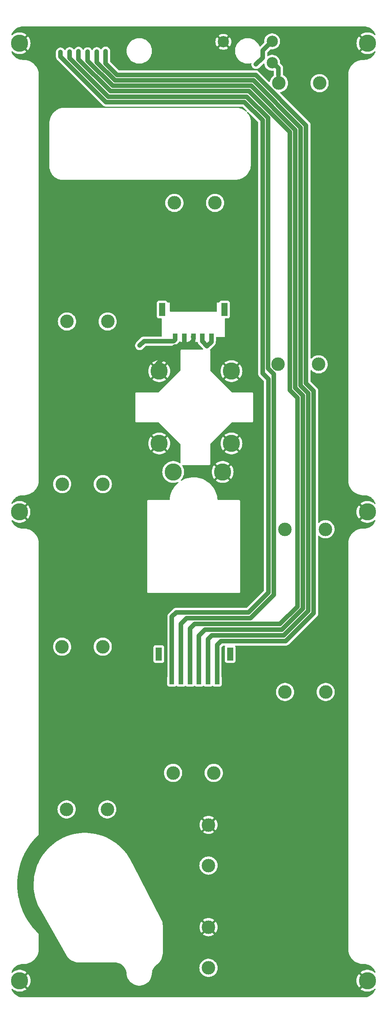
<source format=gbl>
%TF.GenerationSoftware,KiCad,Pcbnew,8.0.8*%
%TF.CreationDate,2025-03-15T17:23:43-07:00*%
%TF.ProjectId,Stationary_X_Panel,53746174-696f-46e6-9172-795f585f5061,1.4*%
%TF.SameCoordinates,Original*%
%TF.FileFunction,Copper,L2,Bot*%
%TF.FilePolarity,Positive*%
%FSLAX46Y46*%
G04 Gerber Fmt 4.6, Leading zero omitted, Abs format (unit mm)*
G04 Created by KiCad (PCBNEW 8.0.8) date 2025-03-15 17:23:43*
%MOMM*%
%LPD*%
G01*
G04 APERTURE LIST*
%TA.AperFunction,ComponentPad*%
%ADD10C,2.600000*%
%TD*%
%TA.AperFunction,ConnectorPad*%
%ADD11C,3.800000*%
%TD*%
%TA.AperFunction,ComponentPad*%
%ADD12C,3.000000*%
%TD*%
%TA.AperFunction,SMDPad,CuDef*%
%ADD13R,1.100000X1.450000*%
%TD*%
%TA.AperFunction,SMDPad,CuDef*%
%ADD14R,1.350000X2.900000*%
%TD*%
%TA.AperFunction,SMDPad,CuDef*%
%ADD15C,2.500000*%
%TD*%
%TA.AperFunction,ViaPad*%
%ADD16C,0.800000*%
%TD*%
%TA.AperFunction,Conductor*%
%ADD17C,1.000000*%
%TD*%
G04 APERTURE END LIST*
D10*
%TO.P,H12,1,1*%
%TO.N,GND*%
X108075000Y-129165000D03*
D11*
X108075000Y-129165000D03*
%TD*%
D12*
%TO.P,SC8,1,+*%
%TO.N,Net-(D7-A)*%
X97285000Y-96475000D03*
%TO.P,SC8,2,-*%
%TO.N,Net-(D8-A)*%
X88285000Y-96475000D03*
%TD*%
%TO.P,SC2,1,+*%
%TO.N,Net-(D1-A)*%
X50585000Y-87000000D03*
%TO.P,SC2,2,-*%
%TO.N,Net-(D2-A)*%
X41585000Y-87000000D03*
%TD*%
D10*
%TO.P,H8,1,1*%
%TO.N,GND*%
X31095000Y-232915000D03*
D11*
X31095000Y-232915000D03*
%TD*%
D12*
%TO.P,SC1,1,+*%
%TO.N,Net-(D1-K)*%
X65360000Y-60750000D03*
%TO.P,SC1,2,-*%
%TO.N,Net-(D1-A)*%
X74360000Y-60750000D03*
%TD*%
%TO.P,SC12,1,+*%
%TO.N,Net-(D11-A)*%
X72915000Y-207435000D03*
%TO.P,SC12,2,-*%
%TO.N,GND*%
X72915000Y-198435000D03*
%TD*%
%TO.P,SC11,1,+*%
%TO.N,Net-(D10-A)*%
X74075000Y-186925000D03*
%TO.P,SC11,2,-*%
%TO.N,Net-(D11-A)*%
X65075000Y-186925000D03*
%TD*%
%TO.P,SC9,1,+*%
%TO.N,Net-(D8-A)*%
X98805000Y-132995000D03*
%TO.P,SC9,2,-*%
%TO.N,Net-(D10-K)*%
X89805000Y-132995000D03*
%TD*%
D10*
%TO.P,H9,1,1*%
%TO.N,GND*%
X31075000Y-129155000D03*
D11*
X31075000Y-129155000D03*
%TD*%
D10*
%TO.P,H3,1,1*%
%TO.N,GND*%
X62000000Y-114000000D03*
D11*
X62000000Y-114000000D03*
%TD*%
D12*
%TO.P,SC7,1,+*%
%TO.N,Net-(D13-A)*%
X88500000Y-34250000D03*
%TO.P,SC7,2,-*%
%TO.N,Net-(D7-A)*%
X97500000Y-34250000D03*
%TD*%
D10*
%TO.P,H10,1,1*%
%TO.N,GND*%
X31085000Y-25415000D03*
D11*
X31085000Y-25415000D03*
%TD*%
D10*
%TO.P,H2,1,1*%
%TO.N,GND*%
X76045000Y-120315000D03*
D11*
X76045000Y-120315000D03*
%TD*%
D12*
%TO.P,SC6,1,+*%
%TO.N,Net-(D5-A)*%
X72915000Y-230075000D03*
%TO.P,SC6,2,-*%
%TO.N,GND*%
X72915000Y-221075000D03*
%TD*%
D10*
%TO.P,H5,1,1*%
%TO.N,GND*%
X62000000Y-98000000D03*
D11*
X62000000Y-98000000D03*
%TD*%
D12*
%TO.P,SC5,1,+*%
%TO.N,Net-(D4-A)*%
X50500000Y-195000000D03*
%TO.P,SC5,2,-*%
%TO.N,Net-(D5-A)*%
X41500000Y-195000000D03*
%TD*%
D10*
%TO.P,H7,1,1*%
%TO.N,GND*%
X108075000Y-232905000D03*
D11*
X108075000Y-232905000D03*
%TD*%
D10*
%TO.P,H4,1,1*%
%TO.N,GND*%
X78000000Y-114000000D03*
D11*
X78000000Y-114000000D03*
%TD*%
D10*
%TO.P,H11,1,1*%
%TO.N,GND*%
X108095000Y-25405000D03*
D11*
X108095000Y-25405000D03*
%TD*%
D12*
%TO.P,SC4,1,+*%
%TO.N,Net-(D3-A)*%
X49500000Y-159000000D03*
%TO.P,SC4,2,-*%
%TO.N,Net-(D4-A)*%
X40500000Y-159000000D03*
%TD*%
%TO.P,SC3,1,+*%
%TO.N,Net-(D2-A)*%
X49515000Y-123000000D03*
%TO.P,SC3,2,-*%
%TO.N,Net-(D3-A)*%
X40515000Y-123000000D03*
%TD*%
%TO.P,SC10,1,+*%
%TO.N,Net-(D10-K)*%
X98855000Y-169015000D03*
%TO.P,SC10,2,-*%
%TO.N,Net-(D10-A)*%
X89855000Y-169015000D03*
%TD*%
D10*
%TO.P,H6,1,1*%
%TO.N,GND*%
X78000000Y-98000000D03*
D11*
X78000000Y-98000000D03*
%TD*%
D10*
%TO.P,H1,1,1*%
%TO.N,BURN*%
X65100000Y-120315000D03*
D11*
X65100000Y-120315000D03*
%TD*%
D13*
%TO.P,J3,1,1*%
%TO.N,BURN*%
X65550000Y-90350000D03*
%TO.P,J3,2,2*%
%TO.N,GND*%
X67550000Y-90350000D03*
%TO.P,J3,3,3*%
X69550000Y-90350000D03*
%TO.P,J3,4,4*%
%TO.N,VSOLAR*%
X71550000Y-90350000D03*
%TO.P,J3,5,5*%
X73550000Y-90350000D03*
D14*
%TO.P,J3,S1,SHIELD1*%
%TO.N,unconnected-(J3-SHIELD1-PadS1)*%
X62655000Y-84375000D03*
%TO.P,J3,S2,SHIELD2*%
%TO.N,unconnected-(J3-SHIELD2-PadS2)*%
X76445000Y-84375000D03*
%TD*%
D15*
%TO.P,SC1-6 +,1,1*%
%TO.N,Net-(D1-K)*%
X87000000Y-25000000D03*
%TD*%
%TO.P,GND,1,1*%
%TO.N,GND*%
X76200000Y-25100000D03*
%TD*%
%TO.P,SC7-12 +,1,1*%
%TO.N,Net-(D13-A)*%
X87000000Y-29750000D03*
%TD*%
D13*
%TO.P,J1,1,1*%
%TO.N,/VUSB_OUT*%
X64805000Y-166600000D03*
%TO.P,J1,2,2*%
%TO.N,/VUSB_BATT*%
X66805000Y-166600000D03*
%TO.P,J1,3,3*%
%TO.N,/VCHRG*%
X68805000Y-166600000D03*
%TO.P,J1,4,4*%
%TO.N,/VBATT*%
X70805000Y-166600000D03*
%TO.P,J1,5,5*%
%TO.N,/PYCUBED_GND*%
X72805000Y-166600000D03*
%TO.P,J1,6,6*%
%TO.N,/PYCUBED_GNDREF*%
X74805000Y-166600000D03*
D14*
%TO.P,J1,S1,SHIELD1*%
%TO.N,unconnected-(J1-SHIELD1-PadS1)*%
X61910000Y-160625000D03*
%TO.P,J1,S2,SHIELD2*%
%TO.N,unconnected-(J1-SHIELD2-PadS2)*%
X77700000Y-160625000D03*
%TD*%
D16*
%TO.N,VSOLAR*%
X72595000Y-92456000D03*
%TO.N,GND*%
X67735000Y-218565000D03*
X65815000Y-216525000D03*
X60565000Y-196355000D03*
X67315000Y-217035000D03*
X60995000Y-194695000D03*
X61275000Y-197825000D03*
%TO.N,Net-(D1-K)*%
X83425000Y-30100000D03*
%TO.N,BURN*%
X57658000Y-92342000D03*
%TO.N,Net-(D13-A)*%
X88395000Y-32455000D03*
%TO.N,/VUSB_OUT*%
X40145000Y-27375000D03*
%TO.N,/VUSB_BATT*%
X42175000Y-27285000D03*
%TO.N,/VCHRG*%
X44135000Y-27205000D03*
%TO.N,/VBATT*%
X46145000Y-27315000D03*
%TO.N,/PYCUBED_GND*%
X48175000Y-27285000D03*
%TO.N,/PYCUBED_GNDREF*%
X50125000Y-27185000D03*
%TD*%
D17*
%TO.N,Net-(D1-K)*%
X83425000Y-30100000D02*
X84890818Y-28634182D01*
X84890818Y-27059182D02*
X86950000Y-25000000D01*
X84890818Y-28634182D02*
X84890818Y-27059182D01*
X86950000Y-25000000D02*
X87000000Y-25000000D01*
%TO.N,Net-(D13-A)*%
X87250000Y-29750000D02*
X87000000Y-29750000D01*
X88395000Y-32455000D02*
X88395000Y-30895000D01*
X88395000Y-30895000D02*
X87250000Y-29750000D01*
%TO.N,VSOLAR*%
X73535000Y-91516000D02*
X73535000Y-91093000D01*
X72595000Y-92456000D02*
X73535000Y-91516000D01*
X72595000Y-92456000D02*
X71535000Y-91396000D01*
X71535000Y-91396000D02*
X71535000Y-91093000D01*
%TO.N,GND*%
X67550000Y-91990000D02*
X67000000Y-92540000D01*
X61666115Y-96723386D02*
X61666115Y-96333885D01*
X61666115Y-96333885D02*
X65460000Y-92540000D01*
X67550000Y-90350000D02*
X67550000Y-91990000D01*
X65460000Y-92540000D02*
X67000000Y-92540000D01*
%TO.N,BURN*%
X65535000Y-90992108D02*
X65535000Y-90765000D01*
X58660000Y-91340000D02*
X65187108Y-91340000D01*
X57658000Y-92342000D02*
X58660000Y-91340000D01*
X65187108Y-91340000D02*
X65535000Y-90992108D01*
%TO.N,/VUSB_OUT*%
X84885000Y-42450280D02*
X84885000Y-98455000D01*
X65786000Y-151384000D02*
X64805000Y-152365000D01*
X80874720Y-38440000D02*
X84885000Y-42450280D01*
X86195000Y-146977000D02*
X81788000Y-151384000D01*
X50204720Y-38440000D02*
X80874720Y-38440000D01*
X81788000Y-151384000D02*
X65786000Y-151384000D01*
X84885000Y-98455000D02*
X86195000Y-99765000D01*
X40145000Y-27375000D02*
X40145000Y-28380280D01*
X86195000Y-99765000D02*
X86195000Y-146977000D01*
X64805000Y-152365000D02*
X64805000Y-166685000D01*
X40145000Y-28380280D02*
X50204720Y-38440000D01*
%TO.N,/VUSB_BATT*%
X42175000Y-27285000D02*
X42175000Y-28713224D01*
X42175000Y-28713224D02*
X50701776Y-37240000D01*
X86085000Y-41953224D02*
X86085000Y-97386270D01*
X87395000Y-147474056D02*
X82215056Y-152654000D01*
X86085000Y-97386270D02*
X87395000Y-98696270D01*
X50701776Y-37240000D02*
X81371776Y-37240000D01*
X81371776Y-37240000D02*
X86085000Y-41953224D01*
X66805000Y-153921000D02*
X66805000Y-166685000D01*
X68072000Y-152654000D02*
X66805000Y-153921000D01*
X82215056Y-152654000D02*
X68072000Y-152654000D01*
X87395000Y-98696270D02*
X87395000Y-147474056D01*
%TO.N,/VCHRG*%
X44135000Y-28976168D02*
X51198832Y-36040000D01*
X90925000Y-102214494D02*
X92585000Y-103874494D01*
X88755112Y-153924000D02*
X69850000Y-153924000D01*
X44135000Y-27205000D02*
X44135000Y-28976168D01*
X92585000Y-150094112D02*
X88755112Y-153924000D01*
X92585000Y-103874494D02*
X92585000Y-150094112D01*
X90925000Y-45096168D02*
X90925000Y-102214494D01*
X51198832Y-36040000D02*
X81868832Y-36040000D01*
X69850000Y-153924000D02*
X68805000Y-154969000D01*
X68805000Y-154969000D02*
X68805000Y-166685000D01*
X81868832Y-36040000D02*
X90925000Y-45096168D01*
%TO.N,/VBATT*%
X92125000Y-44599112D02*
X92125000Y-101717438D01*
X93785000Y-103377438D02*
X93785000Y-150591168D01*
X89182168Y-155194000D02*
X72136000Y-155194000D01*
X46145000Y-27315000D02*
X46145000Y-29289112D01*
X46145000Y-29289112D02*
X51695888Y-34840000D01*
X51695888Y-34840000D02*
X82365888Y-34840000D01*
X93785000Y-150591168D02*
X89182168Y-155194000D01*
X92125000Y-101717438D02*
X93785000Y-103377438D01*
X70805000Y-156525000D02*
X70805000Y-166685000D01*
X72136000Y-155194000D02*
X70805000Y-156525000D01*
X82365888Y-34840000D02*
X92125000Y-44599112D01*
%TO.N,/PYCUBED_GND*%
X73660000Y-156464000D02*
X72805000Y-157319000D01*
X93325000Y-101220382D02*
X94985000Y-102880382D01*
X94985000Y-102880382D02*
X94985000Y-151088224D01*
X89609224Y-156464000D02*
X73660000Y-156464000D01*
X72805000Y-157319000D02*
X72805000Y-166685000D01*
X52192944Y-33640000D02*
X82862944Y-33640000D01*
X48175000Y-27285000D02*
X48175000Y-29622056D01*
X94985000Y-151088224D02*
X89609224Y-156464000D01*
X93325000Y-44102056D02*
X93325000Y-101220382D01*
X48175000Y-29622056D02*
X52192944Y-33640000D01*
X82862944Y-33640000D02*
X93325000Y-44102056D01*
%TO.N,/PYCUBED_GNDREF*%
X50125000Y-27185000D02*
X50125000Y-29875000D01*
X90036280Y-157734000D02*
X75692000Y-157734000D01*
X96185000Y-151585280D02*
X90036280Y-157734000D01*
X75692000Y-157734000D02*
X74805000Y-158621000D01*
X52690000Y-32440000D02*
X83360000Y-32440000D01*
X96185000Y-102383326D02*
X96185000Y-151585280D01*
X94525000Y-43605000D02*
X94525000Y-100723326D01*
X74805000Y-158621000D02*
X74805000Y-166685000D01*
X83360000Y-32440000D02*
X94525000Y-43605000D01*
X50125000Y-29875000D02*
X52690000Y-32440000D01*
X94525000Y-100723326D02*
X96185000Y-102383326D01*
%TO.N,GND*%
X67000000Y-92540000D02*
X68242000Y-92540000D01*
X68242000Y-92540000D02*
X69535000Y-91247000D01*
%TD*%
%TA.AperFunction,Conductor*%
%TO.N,GND*%
G36*
X107338472Y-21705695D02*
G01*
X107630306Y-21722084D01*
X107644103Y-21723638D01*
X107928827Y-21772015D01*
X107942384Y-21775109D01*
X108219899Y-21855060D01*
X108233025Y-21859653D01*
X108499841Y-21970172D01*
X108512355Y-21976198D01*
X108678444Y-22067992D01*
X108765125Y-22115899D01*
X108776899Y-22123297D01*
X109012430Y-22290415D01*
X109023302Y-22299085D01*
X109238642Y-22491524D01*
X109248475Y-22501357D01*
X109440914Y-22716697D01*
X109449584Y-22727569D01*
X109616702Y-22963100D01*
X109624100Y-22974874D01*
X109763797Y-23227637D01*
X109769830Y-23240165D01*
X109851277Y-23436794D01*
X109858746Y-23506263D01*
X109827471Y-23568743D01*
X109767382Y-23604395D01*
X109697557Y-23601902D01*
X109651834Y-23574641D01*
X109627843Y-23552113D01*
X109627833Y-23552105D01*
X109383538Y-23374614D01*
X109383520Y-23374602D01*
X109118890Y-23229121D01*
X109118882Y-23229117D01*
X108838110Y-23117952D01*
X108838107Y-23117951D01*
X108545600Y-23042849D01*
X108246004Y-23005000D01*
X107943995Y-23005000D01*
X107644399Y-23042849D01*
X107351892Y-23117951D01*
X107351889Y-23117952D01*
X107071117Y-23229117D01*
X107071109Y-23229121D01*
X106806476Y-23374604D01*
X106806471Y-23374607D01*
X106581565Y-23538010D01*
X106581564Y-23538011D01*
X107512262Y-24468709D01*
X107378398Y-24565967D01*
X107255967Y-24688398D01*
X107158709Y-24822262D01*
X106230311Y-23893864D01*
X106149520Y-23991525D01*
X106149518Y-23991528D01*
X105987707Y-24246502D01*
X105987704Y-24246508D01*
X105859127Y-24519747D01*
X105859125Y-24519752D01*
X105765805Y-24806959D01*
X105709216Y-25103609D01*
X105709215Y-25103616D01*
X105690255Y-25404994D01*
X105690255Y-25405005D01*
X105709215Y-25706383D01*
X105709216Y-25706390D01*
X105765805Y-26003040D01*
X105859125Y-26290247D01*
X105859127Y-26290252D01*
X105987704Y-26563491D01*
X105987707Y-26563497D01*
X106149516Y-26818469D01*
X106230311Y-26916133D01*
X107158708Y-25987736D01*
X107255967Y-26121602D01*
X107378398Y-26244033D01*
X107512261Y-26341289D01*
X106581564Y-27271987D01*
X106581565Y-27271989D01*
X106806461Y-27435385D01*
X106806479Y-27435397D01*
X107071109Y-27580878D01*
X107071117Y-27580882D01*
X107351889Y-27692047D01*
X107351892Y-27692048D01*
X107644399Y-27767150D01*
X107943995Y-27804999D01*
X107944007Y-27805000D01*
X108245993Y-27805000D01*
X108246004Y-27804999D01*
X108545600Y-27767150D01*
X108838107Y-27692048D01*
X108838110Y-27692047D01*
X109118882Y-27580882D01*
X109118890Y-27580878D01*
X109383520Y-27435397D01*
X109383538Y-27435385D01*
X109627833Y-27257894D01*
X109627843Y-27257886D01*
X109651830Y-27235361D01*
X109714174Y-27203817D01*
X109783675Y-27210987D01*
X109838267Y-27254593D01*
X109860617Y-27320792D01*
X109851277Y-27373204D01*
X109769830Y-27569834D01*
X109763797Y-27582362D01*
X109624100Y-27835125D01*
X109616702Y-27846899D01*
X109449584Y-28082430D01*
X109440914Y-28093302D01*
X109248475Y-28308642D01*
X109238642Y-28318475D01*
X109023302Y-28510914D01*
X109012430Y-28519584D01*
X108776899Y-28686702D01*
X108765125Y-28694100D01*
X108512362Y-28833797D01*
X108499834Y-28839830D01*
X108233024Y-28950346D01*
X108219899Y-28954939D01*
X107942384Y-29034890D01*
X107928827Y-29037984D01*
X107644114Y-29086359D01*
X107630296Y-29087916D01*
X107338472Y-29104305D01*
X107331519Y-29104500D01*
X107207595Y-29104500D01*
X107160000Y-29104500D01*
X106987028Y-29104500D01*
X106642980Y-29140661D01*
X106642975Y-29140661D01*
X106642975Y-29140662D01*
X106304600Y-29212585D01*
X106304599Y-29212586D01*
X105975591Y-29319487D01*
X105659547Y-29460198D01*
X105659540Y-29460201D01*
X105359953Y-29633167D01*
X105359952Y-29633167D01*
X105080069Y-29836516D01*
X104822992Y-30067992D01*
X104591516Y-30325069D01*
X104388167Y-30604952D01*
X104388167Y-30604953D01*
X104215201Y-30904540D01*
X104215198Y-30904547D01*
X104074487Y-31220591D01*
X103967586Y-31549599D01*
X103967585Y-31549600D01*
X103895662Y-31887975D01*
X103895661Y-31887980D01*
X103859500Y-32232028D01*
X103859500Y-32365438D01*
X103859500Y-122107405D01*
X103859500Y-122155000D01*
X103859500Y-122327972D01*
X103895661Y-122672020D01*
X103898530Y-122685516D01*
X103967585Y-123010399D01*
X103967586Y-123010400D01*
X104060037Y-123294936D01*
X104074490Y-123339416D01*
X104165202Y-123543158D01*
X104215198Y-123655452D01*
X104215201Y-123655459D01*
X104388167Y-123955046D01*
X104388167Y-123955047D01*
X104591516Y-124234930D01*
X104623546Y-124270502D01*
X104822992Y-124492008D01*
X104928674Y-124587165D01*
X105080069Y-124723483D01*
X105080075Y-124723487D01*
X105080078Y-124723490D01*
X105131655Y-124760963D01*
X105359952Y-124926832D01*
X105659540Y-125099798D01*
X105659544Y-125099799D01*
X105659548Y-125099802D01*
X105975584Y-125240510D01*
X106304596Y-125347413D01*
X106304599Y-125347413D01*
X106304600Y-125347414D01*
X106351223Y-125357323D01*
X106642980Y-125419339D01*
X106987028Y-125455500D01*
X107120438Y-125455500D01*
X107287405Y-125455500D01*
X107331519Y-125455500D01*
X107338472Y-125455695D01*
X107630306Y-125472084D01*
X107644103Y-125473638D01*
X107928827Y-125522015D01*
X107942384Y-125525109D01*
X108219899Y-125605060D01*
X108233025Y-125609653D01*
X108499841Y-125720172D01*
X108512355Y-125726198D01*
X108678444Y-125817992D01*
X108765125Y-125865899D01*
X108776899Y-125873297D01*
X109012430Y-126040415D01*
X109023302Y-126049085D01*
X109238642Y-126241524D01*
X109248475Y-126251357D01*
X109440914Y-126466697D01*
X109449584Y-126477569D01*
X109616702Y-126713100D01*
X109624100Y-126724874D01*
X109763797Y-126977637D01*
X109769830Y-126990165D01*
X109870787Y-127233898D01*
X109878256Y-127303368D01*
X109846981Y-127365847D01*
X109786892Y-127401499D01*
X109717067Y-127399005D01*
X109671342Y-127371743D01*
X109607843Y-127312113D01*
X109607833Y-127312105D01*
X109363538Y-127134614D01*
X109363520Y-127134602D01*
X109098890Y-126989121D01*
X109098882Y-126989117D01*
X108818110Y-126877952D01*
X108818107Y-126877951D01*
X108525600Y-126802849D01*
X108226004Y-126765000D01*
X107923995Y-126765000D01*
X107624399Y-126802849D01*
X107331892Y-126877951D01*
X107331889Y-126877952D01*
X107051117Y-126989117D01*
X107051109Y-126989121D01*
X106786476Y-127134604D01*
X106786471Y-127134607D01*
X106561565Y-127298010D01*
X106561564Y-127298011D01*
X107492262Y-128228709D01*
X107358398Y-128325967D01*
X107235967Y-128448398D01*
X107138709Y-128582262D01*
X106210311Y-127653864D01*
X106129520Y-127751525D01*
X106129518Y-127751528D01*
X105967707Y-128006502D01*
X105967704Y-128006508D01*
X105839127Y-128279747D01*
X105839125Y-128279752D01*
X105745805Y-128566959D01*
X105689216Y-128863609D01*
X105689215Y-128863616D01*
X105670255Y-129164994D01*
X105670255Y-129165005D01*
X105689215Y-129466383D01*
X105689216Y-129466390D01*
X105745805Y-129763040D01*
X105839125Y-130050247D01*
X105839127Y-130050252D01*
X105967704Y-130323491D01*
X105967707Y-130323497D01*
X106129516Y-130578469D01*
X106210311Y-130676133D01*
X107138708Y-129747736D01*
X107235967Y-129881602D01*
X107358398Y-130004033D01*
X107492261Y-130101289D01*
X106561564Y-131031987D01*
X106561565Y-131031989D01*
X106786461Y-131195385D01*
X106786479Y-131195397D01*
X107051109Y-131340878D01*
X107051117Y-131340882D01*
X107331889Y-131452047D01*
X107331892Y-131452048D01*
X107624399Y-131527150D01*
X107923995Y-131564999D01*
X107924007Y-131565000D01*
X108225993Y-131565000D01*
X108226004Y-131564999D01*
X108525600Y-131527150D01*
X108818107Y-131452048D01*
X108818110Y-131452047D01*
X109098882Y-131340882D01*
X109098890Y-131340878D01*
X109363520Y-131195397D01*
X109363538Y-131195385D01*
X109607833Y-131017894D01*
X109607843Y-131017886D01*
X109657783Y-130970989D01*
X109720127Y-130939446D01*
X109789628Y-130946616D01*
X109844219Y-130990223D01*
X109866569Y-131056421D01*
X109857229Y-131108833D01*
X109769830Y-131319834D01*
X109763797Y-131332362D01*
X109624100Y-131585125D01*
X109616702Y-131596899D01*
X109449584Y-131832430D01*
X109440914Y-131843302D01*
X109248475Y-132058642D01*
X109238642Y-132068475D01*
X109023302Y-132260914D01*
X109012430Y-132269584D01*
X108776899Y-132436702D01*
X108765125Y-132444100D01*
X108512362Y-132583797D01*
X108499834Y-132589830D01*
X108233024Y-132700346D01*
X108219899Y-132704939D01*
X107942384Y-132784890D01*
X107928827Y-132787984D01*
X107644114Y-132836359D01*
X107630296Y-132837916D01*
X107338472Y-132854305D01*
X107331519Y-132854500D01*
X107207595Y-132854500D01*
X107160000Y-132854500D01*
X106987028Y-132854500D01*
X106642980Y-132890661D01*
X106642975Y-132890661D01*
X106642975Y-132890662D01*
X106304600Y-132962585D01*
X106304599Y-132962586D01*
X105975591Y-133069487D01*
X105659547Y-133210198D01*
X105659540Y-133210201D01*
X105359953Y-133383167D01*
X105359952Y-133383167D01*
X105080069Y-133586516D01*
X104822992Y-133817992D01*
X104591516Y-134075069D01*
X104388167Y-134354952D01*
X104388167Y-134354953D01*
X104215201Y-134654540D01*
X104215198Y-134654547D01*
X104074487Y-134970591D01*
X103967586Y-135299599D01*
X103967585Y-135299600D01*
X103895662Y-135637975D01*
X103895661Y-135637980D01*
X103859500Y-135982028D01*
X103859500Y-136115438D01*
X103859500Y-225857405D01*
X103859500Y-225905000D01*
X103859500Y-226077972D01*
X103895661Y-226422020D01*
X103895662Y-226422024D01*
X103967585Y-226760399D01*
X103967586Y-226760400D01*
X103967587Y-226760404D01*
X104074490Y-227089416D01*
X104125746Y-227204538D01*
X104215198Y-227405452D01*
X104215201Y-227405459D01*
X104388167Y-227705046D01*
X104388167Y-227705047D01*
X104591516Y-227984930D01*
X104650976Y-228050966D01*
X104822992Y-228242008D01*
X104873534Y-228287516D01*
X105080069Y-228473483D01*
X105080075Y-228473487D01*
X105080078Y-228473490D01*
X105089059Y-228480015D01*
X105359952Y-228676832D01*
X105659540Y-228849798D01*
X105659544Y-228849799D01*
X105659548Y-228849802D01*
X105975584Y-228990510D01*
X106304596Y-229097413D01*
X106304599Y-229097413D01*
X106304600Y-229097414D01*
X106351223Y-229107323D01*
X106642980Y-229169339D01*
X106987028Y-229205500D01*
X107120438Y-229205500D01*
X107287405Y-229205500D01*
X107331519Y-229205500D01*
X107338472Y-229205695D01*
X107630306Y-229222084D01*
X107644103Y-229223638D01*
X107928827Y-229272015D01*
X107942384Y-229275109D01*
X108219899Y-229355060D01*
X108233025Y-229359653D01*
X108499841Y-229470172D01*
X108512355Y-229476198D01*
X108613033Y-229531841D01*
X108765125Y-229615899D01*
X108776899Y-229623297D01*
X109012430Y-229790415D01*
X109023302Y-229799085D01*
X109220049Y-229974909D01*
X109238642Y-229991524D01*
X109248475Y-230001357D01*
X109440914Y-230216697D01*
X109449584Y-230227569D01*
X109616702Y-230463100D01*
X109624100Y-230474874D01*
X109763797Y-230727637D01*
X109769830Y-230740165D01*
X109864008Y-230967532D01*
X109871477Y-231037002D01*
X109840202Y-231099481D01*
X109780113Y-231135133D01*
X109710288Y-231132639D01*
X109664563Y-231105377D01*
X109607843Y-231052113D01*
X109607833Y-231052105D01*
X109363538Y-230874614D01*
X109363520Y-230874602D01*
X109098890Y-230729121D01*
X109098882Y-230729117D01*
X108818110Y-230617952D01*
X108818107Y-230617951D01*
X108525600Y-230542849D01*
X108226004Y-230505000D01*
X107923995Y-230505000D01*
X107624399Y-230542849D01*
X107331892Y-230617951D01*
X107331889Y-230617952D01*
X107051117Y-230729117D01*
X107051109Y-230729121D01*
X106786476Y-230874604D01*
X106786471Y-230874607D01*
X106561565Y-231038010D01*
X106561564Y-231038011D01*
X107492262Y-231968709D01*
X107358398Y-232065967D01*
X107235967Y-232188398D01*
X107138709Y-232322262D01*
X106210311Y-231393864D01*
X106129520Y-231491525D01*
X106129518Y-231491528D01*
X105967707Y-231746502D01*
X105967704Y-231746508D01*
X105839127Y-232019747D01*
X105839125Y-232019752D01*
X105745805Y-232306959D01*
X105689216Y-232603609D01*
X105689215Y-232603616D01*
X105670255Y-232904994D01*
X105670255Y-232905005D01*
X105689215Y-233206383D01*
X105689216Y-233206390D01*
X105745805Y-233503040D01*
X105839125Y-233790247D01*
X105839127Y-233790252D01*
X105967704Y-234063491D01*
X105967707Y-234063497D01*
X106129516Y-234318469D01*
X106210311Y-234416133D01*
X107138708Y-233487736D01*
X107235967Y-233621602D01*
X107358398Y-233744033D01*
X107492261Y-233841289D01*
X106561564Y-234771987D01*
X106561565Y-234771989D01*
X106786461Y-234935385D01*
X106786479Y-234935397D01*
X107051109Y-235080878D01*
X107051117Y-235080882D01*
X107331889Y-235192047D01*
X107331892Y-235192048D01*
X107624399Y-235267150D01*
X107923995Y-235304999D01*
X107924007Y-235305000D01*
X108225993Y-235305000D01*
X108226004Y-235304999D01*
X108525600Y-235267150D01*
X108818107Y-235192048D01*
X108818110Y-235192047D01*
X109098882Y-235080882D01*
X109098890Y-235080878D01*
X109363520Y-234935397D01*
X109363538Y-234935385D01*
X109607833Y-234757894D01*
X109607843Y-234757886D01*
X109664563Y-234704623D01*
X109726907Y-234673081D01*
X109796408Y-234680251D01*
X109850999Y-234723859D01*
X109873348Y-234790058D01*
X109864008Y-234842468D01*
X109769830Y-235069834D01*
X109763797Y-235082362D01*
X109624100Y-235335125D01*
X109616702Y-235346899D01*
X109449584Y-235582430D01*
X109440914Y-235593302D01*
X109248475Y-235808642D01*
X109238642Y-235818475D01*
X109023302Y-236010914D01*
X109012430Y-236019584D01*
X108776899Y-236186702D01*
X108765125Y-236194100D01*
X108512362Y-236333797D01*
X108499834Y-236339830D01*
X108233024Y-236450346D01*
X108219899Y-236454939D01*
X107942384Y-236534890D01*
X107928827Y-236537984D01*
X107644114Y-236586359D01*
X107630296Y-236587916D01*
X107338472Y-236604305D01*
X107331519Y-236604500D01*
X31838481Y-236604500D01*
X31831528Y-236604305D01*
X31539703Y-236587916D01*
X31525885Y-236586359D01*
X31241172Y-236537984D01*
X31227615Y-236534890D01*
X30950100Y-236454939D01*
X30936975Y-236450346D01*
X30670165Y-236339830D01*
X30657637Y-236333797D01*
X30404874Y-236194100D01*
X30393100Y-236186702D01*
X30157569Y-236019584D01*
X30146697Y-236010914D01*
X29931357Y-235818475D01*
X29921524Y-235808642D01*
X29729085Y-235593302D01*
X29720415Y-235582430D01*
X29553297Y-235346899D01*
X29545899Y-235335125D01*
X29472350Y-235202048D01*
X29406198Y-235082355D01*
X29400172Y-235069841D01*
X29312770Y-234858833D01*
X29305301Y-234789363D01*
X29336576Y-234726884D01*
X29396665Y-234691232D01*
X29466490Y-234693726D01*
X29512215Y-234720988D01*
X29562156Y-234767886D01*
X29562166Y-234767894D01*
X29806461Y-234945385D01*
X29806479Y-234945397D01*
X30071109Y-235090878D01*
X30071117Y-235090882D01*
X30351889Y-235202047D01*
X30351892Y-235202048D01*
X30644399Y-235277150D01*
X30943995Y-235314999D01*
X30944007Y-235315000D01*
X31245993Y-235315000D01*
X31246004Y-235314999D01*
X31545600Y-235277150D01*
X31838107Y-235202048D01*
X31838110Y-235202047D01*
X32118882Y-235090882D01*
X32118890Y-235090878D01*
X32383520Y-234945397D01*
X32383530Y-234945390D01*
X32608433Y-234781987D01*
X32608434Y-234781987D01*
X31677737Y-233851290D01*
X31811602Y-233754033D01*
X31934033Y-233631602D01*
X32031290Y-233497737D01*
X32959687Y-234426134D01*
X33040486Y-234328464D01*
X33202292Y-234073497D01*
X33202295Y-234073491D01*
X33330872Y-233800252D01*
X33330874Y-233800247D01*
X33424194Y-233513040D01*
X33480783Y-233216390D01*
X33480784Y-233216383D01*
X33499745Y-232915005D01*
X33499745Y-232914994D01*
X33480784Y-232613616D01*
X33480783Y-232613609D01*
X33424194Y-232316959D01*
X33330874Y-232029752D01*
X33330872Y-232029747D01*
X33202295Y-231756508D01*
X33202292Y-231756502D01*
X33040483Y-231501530D01*
X32959686Y-231403864D01*
X32031289Y-232332261D01*
X31934033Y-232198398D01*
X31811602Y-232075967D01*
X31677736Y-231978708D01*
X32608434Y-231048011D01*
X32608433Y-231048009D01*
X32383538Y-230884614D01*
X32383520Y-230884602D01*
X32118890Y-230739121D01*
X32118882Y-230739117D01*
X31838110Y-230627952D01*
X31838107Y-230627951D01*
X31545600Y-230552849D01*
X31246004Y-230515000D01*
X30943995Y-230515000D01*
X30644399Y-230552849D01*
X30351892Y-230627951D01*
X30351889Y-230627952D01*
X30071117Y-230739117D01*
X30071109Y-230739121D01*
X29806479Y-230884602D01*
X29806461Y-230884614D01*
X29562166Y-231062105D01*
X29562156Y-231062113D01*
X29498657Y-231121743D01*
X29436312Y-231153285D01*
X29366811Y-231146114D01*
X29312221Y-231102506D01*
X29289872Y-231036307D01*
X29299212Y-230983898D01*
X29340342Y-230884602D01*
X29400175Y-230740151D01*
X29406195Y-230727651D01*
X29545902Y-230474868D01*
X29553297Y-230463100D01*
X29634162Y-230349132D01*
X29720422Y-230227559D01*
X29729077Y-230216705D01*
X29921534Y-230001346D01*
X29931346Y-229991534D01*
X30146705Y-229799077D01*
X30157559Y-229790422D01*
X30393105Y-229623293D01*
X30404868Y-229615902D01*
X30657651Y-229476195D01*
X30670151Y-229470175D01*
X30936979Y-229359651D01*
X30950096Y-229355061D01*
X31227621Y-229275107D01*
X31241167Y-229272015D01*
X31525898Y-229223638D01*
X31539691Y-229222084D01*
X31831528Y-229205695D01*
X31838481Y-229205500D01*
X32182967Y-229205500D01*
X32182972Y-229205500D01*
X32527020Y-229169339D01*
X32865404Y-229097413D01*
X33194416Y-228990510D01*
X33510452Y-228849802D01*
X33810046Y-228676832D01*
X33810047Y-228676832D01*
X33862429Y-228638773D01*
X34089922Y-228473490D01*
X34091693Y-228471896D01*
X34137909Y-228430282D01*
X34347008Y-228242008D01*
X34578490Y-227984922D01*
X34781831Y-227705048D01*
X34954802Y-227405452D01*
X35095510Y-227089416D01*
X35202413Y-226760404D01*
X35274339Y-226422020D01*
X35310500Y-226077972D01*
X35310500Y-225905000D01*
X35310500Y-225857405D01*
X35310500Y-222709776D01*
X35311588Y-222693385D01*
X35314155Y-222674135D01*
X35312539Y-222665335D01*
X35310500Y-222642939D01*
X35310500Y-222642034D01*
X35310499Y-222642030D01*
X35308493Y-222634545D01*
X35304669Y-222620272D01*
X35302485Y-222610585D01*
X35296963Y-222580512D01*
X35296720Y-222580064D01*
X35291230Y-222568528D01*
X35290023Y-222565613D01*
X35290021Y-222565606D01*
X35273207Y-222536483D01*
X35271523Y-222533470D01*
X35251684Y-222496787D01*
X35251682Y-222496783D01*
X35220968Y-222467540D01*
X35218792Y-222465416D01*
X35189013Y-222435637D01*
X35188353Y-222435058D01*
X35055068Y-222301562D01*
X34681727Y-221927629D01*
X34677427Y-221923099D01*
X34171866Y-221362688D01*
X34167803Y-221357949D01*
X33902567Y-221032206D01*
X33691239Y-220772667D01*
X33687401Y-220767701D01*
X33241089Y-220159091D01*
X33237507Y-220153938D01*
X32822548Y-219523509D01*
X32819231Y-219518180D01*
X32436712Y-218867575D01*
X32433669Y-218862086D01*
X32084560Y-218192963D01*
X32081798Y-218187327D01*
X31766987Y-217501385D01*
X31764514Y-217495617D01*
X31542191Y-216938424D01*
X31484804Y-216794599D01*
X31482629Y-216788717D01*
X31238754Y-216074463D01*
X31236886Y-216068503D01*
X31143776Y-215742753D01*
X31029457Y-215342803D01*
X31027900Y-215336786D01*
X30857454Y-214601508D01*
X30856194Y-214595367D01*
X30837562Y-214491304D01*
X30723171Y-213852419D01*
X30722229Y-213846265D01*
X30626969Y-213097532D01*
X30626341Y-213091355D01*
X30569084Y-212338732D01*
X30568768Y-212332473D01*
X30557531Y-211888582D01*
X34204474Y-211888582D01*
X34204474Y-211888595D01*
X34241674Y-212546332D01*
X34316858Y-213200829D01*
X34316860Y-213200841D01*
X34429766Y-213849843D01*
X34429772Y-213849875D01*
X34580037Y-214491296D01*
X34580041Y-214491309D01*
X34767151Y-215122950D01*
X34767155Y-215122961D01*
X34767158Y-215122969D01*
X34781442Y-215162608D01*
X34990496Y-215742747D01*
X34990499Y-215742753D01*
X35249318Y-216348588D01*
X35249326Y-216348606D01*
X35542737Y-216938417D01*
X35682679Y-217183185D01*
X35682723Y-217183274D01*
X35686592Y-217190040D01*
X35686593Y-217190042D01*
X38149816Y-221497235D01*
X41384700Y-227153757D01*
X41384714Y-227153816D01*
X41410199Y-227198358D01*
X41410199Y-227198359D01*
X41413735Y-227204539D01*
X41488583Y-227335358D01*
X41670730Y-227593175D01*
X41670734Y-227593180D01*
X41796989Y-227739877D01*
X41876658Y-227832445D01*
X42104473Y-228050966D01*
X42346101Y-228242007D01*
X42352105Y-228246754D01*
X42617282Y-228418012D01*
X42617292Y-228418018D01*
X42760561Y-228492216D01*
X42897596Y-228563187D01*
X43190484Y-228680949D01*
X43493273Y-228770226D01*
X43803200Y-228830201D01*
X44117435Y-228860327D01*
X44227315Y-228860347D01*
X44227452Y-228860357D01*
X44275274Y-228860357D01*
X44322868Y-228860358D01*
X44322871Y-228860357D01*
X52038875Y-228860357D01*
X52038899Y-228860358D01*
X52048875Y-228860357D01*
X52048879Y-228860359D01*
X52092891Y-228860357D01*
X52100061Y-228860564D01*
X52401386Y-228878027D01*
X52415622Y-228879683D01*
X52709380Y-228931245D01*
X52723335Y-228934536D01*
X53009171Y-229019718D01*
X53022632Y-229024594D01*
X53296702Y-229142248D01*
X53309539Y-229148664D01*
X53568129Y-229297192D01*
X53580145Y-229305052D01*
X53819852Y-229482494D01*
X53830880Y-229491692D01*
X54048452Y-229695646D01*
X54058342Y-229706057D01*
X54250876Y-229933795D01*
X54259493Y-229945274D01*
X54424422Y-230193768D01*
X54431640Y-230206144D01*
X54532446Y-230404548D01*
X54566732Y-230472030D01*
X54572484Y-230485187D01*
X54675927Y-230764900D01*
X54680119Y-230778634D01*
X54750529Y-231068421D01*
X54753106Y-231082548D01*
X54789799Y-231380628D01*
X54790470Y-231387776D01*
X54791467Y-231403193D01*
X54791467Y-231403199D01*
X54800846Y-231548353D01*
X54800847Y-231548356D01*
X54859481Y-231869036D01*
X54891679Y-231974196D01*
X54954924Y-232180759D01*
X54954925Y-232180760D01*
X55055203Y-232409350D01*
X55085886Y-232479295D01*
X55158669Y-232603609D01*
X55250601Y-232760630D01*
X55446838Y-233020947D01*
X55671950Y-233256740D01*
X55671961Y-233256750D01*
X55922905Y-233464832D01*
X55922907Y-233464833D01*
X56196304Y-233642401D01*
X56488458Y-233787052D01*
X56488465Y-233787055D01*
X56525352Y-233800247D01*
X56795420Y-233896832D01*
X56795421Y-233896833D01*
X56957970Y-233934410D01*
X57113048Y-233970260D01*
X57437048Y-234006341D01*
X57437060Y-234006340D01*
X57437061Y-234006341D01*
X57594010Y-234005497D01*
X57763046Y-234004589D01*
X58086639Y-233965029D01*
X58403458Y-233888193D01*
X58709223Y-233775121D01*
X58999806Y-233627339D01*
X59271281Y-233446842D01*
X59519982Y-233236069D01*
X59742552Y-232997867D01*
X59935983Y-232735451D01*
X60097663Y-232452366D01*
X60225410Y-232152435D01*
X60317498Y-231839709D01*
X60372682Y-231518411D01*
X60380904Y-231365675D01*
X60380904Y-231365674D01*
X60380907Y-231365674D01*
X60380905Y-231365650D01*
X60381262Y-231359042D01*
X60381811Y-231352298D01*
X60382398Y-231346915D01*
X60412695Y-231068975D01*
X60414893Y-231055635D01*
X60475787Y-230780691D01*
X60479427Y-230767671D01*
X60569972Y-230501006D01*
X60575018Y-230488447D01*
X60694120Y-230233285D01*
X60700508Y-230221349D01*
X60789449Y-230075000D01*
X70901807Y-230075000D01*
X70920557Y-230349130D01*
X70920558Y-230349132D01*
X70976458Y-230618141D01*
X70976463Y-230618158D01*
X71068476Y-230877056D01*
X71194889Y-231121024D01*
X71194893Y-231121030D01*
X71353340Y-231345499D01*
X71372156Y-231365646D01*
X71540889Y-231546314D01*
X71754031Y-231719718D01*
X71754033Y-231719719D01*
X71754034Y-231719720D01*
X71988801Y-231862485D01*
X72193348Y-231951331D01*
X72240823Y-231971953D01*
X72505404Y-232046085D01*
X72744720Y-232078978D01*
X72777614Y-232083500D01*
X72777615Y-232083500D01*
X73052386Y-232083500D01*
X73081733Y-232079466D01*
X73324596Y-232046085D01*
X73589177Y-231971953D01*
X73841200Y-231862484D01*
X74075969Y-231719718D01*
X74289111Y-231546314D01*
X74476657Y-231345502D01*
X74635111Y-231121023D01*
X74761523Y-230877058D01*
X74853538Y-230618153D01*
X74853539Y-230618146D01*
X74853541Y-230618141D01*
X74884578Y-230468779D01*
X74909442Y-230349130D01*
X74928193Y-230075000D01*
X74909442Y-229800870D01*
X74890141Y-229707989D01*
X74853541Y-229531858D01*
X74853536Y-229531841D01*
X74792340Y-229359653D01*
X74761523Y-229272942D01*
X74635111Y-229028977D01*
X74635110Y-229028975D01*
X74635106Y-229028969D01*
X74476659Y-228804500D01*
X74422492Y-228746502D01*
X74289111Y-228603686D01*
X74075969Y-228430282D01*
X74075967Y-228430281D01*
X74075965Y-228430279D01*
X73841198Y-228287514D01*
X73589178Y-228178047D01*
X73324602Y-228103916D01*
X73324597Y-228103915D01*
X73324596Y-228103915D01*
X73188490Y-228085207D01*
X73052386Y-228066500D01*
X73052385Y-228066500D01*
X72777615Y-228066500D01*
X72777614Y-228066500D01*
X72505404Y-228103915D01*
X72505397Y-228103916D01*
X72240821Y-228178047D01*
X71988801Y-228287514D01*
X71754034Y-228430279D01*
X71540892Y-228603683D01*
X71353340Y-228804500D01*
X71194893Y-229028969D01*
X71194889Y-229028975D01*
X71068476Y-229272943D01*
X70976463Y-229531841D01*
X70976458Y-229531858D01*
X70920558Y-229800867D01*
X70920557Y-229800869D01*
X70901807Y-230075000D01*
X60789449Y-230075000D01*
X60846759Y-229980698D01*
X60854409Y-229969535D01*
X61026050Y-229746294D01*
X61034878Y-229736026D01*
X61229866Y-229532852D01*
X61239747Y-229523623D01*
X61458835Y-229340366D01*
X61464106Y-229336197D01*
X61492693Y-229314826D01*
X61492707Y-229314820D01*
X61492705Y-229314817D01*
X61510640Y-229301413D01*
X61510655Y-229301399D01*
X61597455Y-229236509D01*
X61597455Y-229236508D01*
X61597467Y-229236500D01*
X61848095Y-229005317D01*
X62073569Y-228749542D01*
X62125402Y-228676831D01*
X62271485Y-228471903D01*
X62271484Y-228471903D01*
X62271490Y-228471896D01*
X62279823Y-228457210D01*
X62373193Y-228292644D01*
X62439751Y-228175336D01*
X62576561Y-227863017D01*
X62680463Y-227538265D01*
X62750351Y-227204535D01*
X62785482Y-226865381D01*
X62785494Y-226744478D01*
X62785500Y-226744406D01*
X62785500Y-221074998D01*
X70909891Y-221074998D01*
X70909891Y-221075001D01*
X70930300Y-221360362D01*
X70991109Y-221639895D01*
X71091091Y-221907958D01*
X71228191Y-222159038D01*
X71228196Y-222159046D01*
X71334882Y-222301562D01*
X71334883Y-222301563D01*
X72052426Y-221584020D01*
X72138249Y-221712463D01*
X72277537Y-221851751D01*
X72405978Y-221937573D01*
X71688435Y-222655115D01*
X71688436Y-222655116D01*
X71830953Y-222761803D01*
X71830961Y-222761808D01*
X72082042Y-222898908D01*
X72082041Y-222898908D01*
X72350104Y-222998890D01*
X72629637Y-223059699D01*
X72914999Y-223080109D01*
X72915001Y-223080109D01*
X73200362Y-223059699D01*
X73479895Y-222998890D01*
X73747958Y-222898908D01*
X73999038Y-222761808D01*
X73999039Y-222761807D01*
X74141563Y-222655115D01*
X73424020Y-221937573D01*
X73552463Y-221851751D01*
X73691751Y-221712463D01*
X73777573Y-221584020D01*
X74495115Y-222301563D01*
X74601807Y-222159039D01*
X74601808Y-222159038D01*
X74738908Y-221907958D01*
X74838890Y-221639895D01*
X74899699Y-221360362D01*
X74920109Y-221075001D01*
X74920109Y-221074998D01*
X74899699Y-220789637D01*
X74838890Y-220510104D01*
X74738908Y-220242041D01*
X74601808Y-219990961D01*
X74601803Y-219990953D01*
X74495116Y-219848436D01*
X74495115Y-219848435D01*
X73777572Y-220565978D01*
X73691751Y-220437537D01*
X73552463Y-220298249D01*
X73424020Y-220212425D01*
X74141563Y-219494883D01*
X74141562Y-219494882D01*
X73999046Y-219388196D01*
X73999038Y-219388191D01*
X73747957Y-219251091D01*
X73747958Y-219251091D01*
X73479895Y-219151109D01*
X73200362Y-219090300D01*
X72915001Y-219069891D01*
X72914999Y-219069891D01*
X72629637Y-219090300D01*
X72350104Y-219151109D01*
X72082041Y-219251091D01*
X71830961Y-219388191D01*
X71830953Y-219388196D01*
X71688435Y-219494882D01*
X72405979Y-220212426D01*
X72277537Y-220298249D01*
X72138249Y-220437537D01*
X72052426Y-220565979D01*
X71334882Y-219848435D01*
X71228196Y-219990953D01*
X71228191Y-219990961D01*
X71091091Y-220242041D01*
X70991109Y-220510104D01*
X70930300Y-220789637D01*
X70909891Y-221074998D01*
X62785500Y-221074998D01*
X62785500Y-220793314D01*
X62785464Y-220792788D01*
X62785445Y-220682953D01*
X62755308Y-220368630D01*
X62695305Y-220058618D01*
X62605986Y-219755750D01*
X62488165Y-219462790D01*
X62437870Y-219365658D01*
X62437814Y-219365526D01*
X62415569Y-219322588D01*
X62415567Y-219322584D01*
X62389299Y-219271875D01*
X62389276Y-219271838D01*
X62326729Y-219151109D01*
X56256917Y-207435000D01*
X70901807Y-207435000D01*
X70920557Y-207709130D01*
X70920558Y-207709132D01*
X70976458Y-207978141D01*
X70976463Y-207978158D01*
X71068476Y-208237056D01*
X71194889Y-208481024D01*
X71194893Y-208481030D01*
X71353340Y-208705499D01*
X71353343Y-208705502D01*
X71540889Y-208906314D01*
X71754031Y-209079718D01*
X71754033Y-209079719D01*
X71754034Y-209079720D01*
X71988801Y-209222485D01*
X72096247Y-209269155D01*
X72240823Y-209331953D01*
X72505404Y-209406085D01*
X72744720Y-209438978D01*
X72777614Y-209443500D01*
X72777615Y-209443500D01*
X73052386Y-209443500D01*
X73081733Y-209439466D01*
X73324596Y-209406085D01*
X73589177Y-209331953D01*
X73841200Y-209222484D01*
X74075969Y-209079718D01*
X74289111Y-208906314D01*
X74476657Y-208705502D01*
X74635111Y-208481023D01*
X74761523Y-208237058D01*
X74853538Y-207978153D01*
X74853539Y-207978146D01*
X74853541Y-207978141D01*
X74895861Y-207774484D01*
X74909442Y-207709130D01*
X74928193Y-207435000D01*
X74909442Y-207160870D01*
X74890141Y-207067989D01*
X74853541Y-206891858D01*
X74853536Y-206891841D01*
X74761523Y-206632943D01*
X74761523Y-206632942D01*
X74635111Y-206388977D01*
X74635110Y-206388975D01*
X74635106Y-206388969D01*
X74476659Y-206164500D01*
X74458031Y-206144555D01*
X74289111Y-205963686D01*
X74075969Y-205790282D01*
X74075967Y-205790281D01*
X74075965Y-205790279D01*
X73841198Y-205647514D01*
X73589178Y-205538047D01*
X73324602Y-205463916D01*
X73324597Y-205463915D01*
X73324596Y-205463915D01*
X73188490Y-205445207D01*
X73052386Y-205426500D01*
X73052385Y-205426500D01*
X72777615Y-205426500D01*
X72777614Y-205426500D01*
X72505404Y-205463915D01*
X72505397Y-205463916D01*
X72240821Y-205538047D01*
X71988801Y-205647514D01*
X71754034Y-205790279D01*
X71540892Y-205963683D01*
X71353340Y-206164500D01*
X71194893Y-206388969D01*
X71194889Y-206388975D01*
X71068476Y-206632943D01*
X70976463Y-206891841D01*
X70976458Y-206891858D01*
X70920558Y-207160867D01*
X70920557Y-207160869D01*
X70901807Y-207435000D01*
X56256917Y-207435000D01*
X55694563Y-206349530D01*
X55694566Y-206349527D01*
X55694556Y-206349516D01*
X55689593Y-206339934D01*
X55671841Y-206305671D01*
X55671391Y-206304802D01*
X55671389Y-206304800D01*
X55667719Y-206297716D01*
X55667652Y-206297604D01*
X55598674Y-206164498D01*
X55538028Y-206047471D01*
X55201649Y-205481023D01*
X54833069Y-204934981D01*
X54833043Y-204934946D01*
X54433534Y-204411185D01*
X54433513Y-204411159D01*
X54004367Y-203911372D01*
X54004353Y-203911357D01*
X54004347Y-203911350D01*
X53872563Y-203774728D01*
X53546974Y-203437184D01*
X53167990Y-203087264D01*
X53062950Y-202990278D01*
X52670545Y-202667943D01*
X52553889Y-202572117D01*
X52021481Y-202184093D01*
X52021471Y-202184086D01*
X51467525Y-201827517D01*
X50893866Y-201503578D01*
X50893853Y-201503571D01*
X50302437Y-201213365D01*
X49695212Y-200957848D01*
X49074208Y-200737876D01*
X48493215Y-200569201D01*
X48441549Y-200554201D01*
X48441545Y-200554200D01*
X48441514Y-200554192D01*
X47799332Y-200407428D01*
X47799301Y-200407422D01*
X47149660Y-200298042D01*
X47149655Y-200298041D01*
X46494767Y-200226419D01*
X46494740Y-200226417D01*
X45836838Y-200192796D01*
X45836828Y-200192796D01*
X45836827Y-200192796D01*
X45789991Y-200193115D01*
X45178048Y-200197286D01*
X44520631Y-200239874D01*
X43866760Y-200320419D01*
X43218677Y-200438644D01*
X43218649Y-200438650D01*
X42578519Y-200594156D01*
X42578499Y-200594162D01*
X42578494Y-200594163D01*
X42578492Y-200594164D01*
X42511082Y-200614735D01*
X41948381Y-200786449D01*
X41330453Y-201014858D01*
X40726797Y-201278615D01*
X40726754Y-201278636D01*
X40139354Y-201576874D01*
X40139346Y-201576877D01*
X39570172Y-201908596D01*
X39570149Y-201908611D01*
X39221353Y-202139912D01*
X39021112Y-202272701D01*
X39021107Y-202272704D01*
X39021102Y-202272708D01*
X39021087Y-202272718D01*
X38494058Y-202667933D01*
X38494050Y-202667939D01*
X37990728Y-203093006D01*
X37512832Y-203546478D01*
X37247679Y-203828975D01*
X37061972Y-204026828D01*
X37061967Y-204026832D01*
X37061965Y-204026836D01*
X36639638Y-204532466D01*
X36247295Y-205061638D01*
X36247263Y-205061683D01*
X35886184Y-205612663D01*
X35886176Y-205612677D01*
X35557556Y-206183649D01*
X35557552Y-206183657D01*
X35262503Y-206772689D01*
X35262499Y-206772696D01*
X35262499Y-206772698D01*
X35262489Y-206772718D01*
X35002023Y-207377790D01*
X34776975Y-207996956D01*
X34588113Y-208628123D01*
X34436083Y-209269121D01*
X34436075Y-209269155D01*
X34321380Y-209917855D01*
X34321373Y-209917905D01*
X34244393Y-210572136D01*
X34244392Y-210572156D01*
X34205383Y-211229756D01*
X34205382Y-211229777D01*
X34204474Y-211888582D01*
X30557531Y-211888582D01*
X30549668Y-211577977D01*
X30549668Y-211571719D01*
X30555328Y-211348164D01*
X30568768Y-210817228D01*
X30569085Y-210810972D01*
X30626341Y-210058354D01*
X30626969Y-210052185D01*
X30722230Y-209303442D01*
X30723170Y-209297300D01*
X30856197Y-208554331D01*
X30857456Y-208548198D01*
X30863178Y-208523514D01*
X31027903Y-207812918D01*
X31029454Y-207806919D01*
X31236894Y-207081181D01*
X31238750Y-207075261D01*
X31482639Y-206360967D01*
X31484799Y-206355127D01*
X31764521Y-205654079D01*
X31766979Y-205648344D01*
X32081801Y-204962379D01*
X32084560Y-204956750D01*
X32095936Y-204934946D01*
X32433677Y-204287611D01*
X32436702Y-204282154D01*
X32819239Y-203631518D01*
X32822538Y-203626219D01*
X33237515Y-202995762D01*
X33241079Y-202990635D01*
X33687407Y-202382003D01*
X33691239Y-202377046D01*
X33776202Y-202272701D01*
X34167819Y-201791744D01*
X34171848Y-201787044D01*
X34677446Y-201226594D01*
X34681708Y-201222103D01*
X35188285Y-200714723D01*
X35188939Y-200714151D01*
X35218809Y-200684280D01*
X35220992Y-200682150D01*
X35251679Y-200652934D01*
X35251681Y-200652932D01*
X35271519Y-200616249D01*
X35273206Y-200613231D01*
X35284220Y-200594156D01*
X35290021Y-200584108D01*
X35290022Y-200584101D01*
X35291231Y-200581185D01*
X35296729Y-200569634D01*
X35296963Y-200569202D01*
X35302485Y-200539123D01*
X35304665Y-200529453D01*
X35310500Y-200507681D01*
X35310500Y-200506772D01*
X35312539Y-200484378D01*
X35314155Y-200475578D01*
X35311588Y-200456327D01*
X35310500Y-200439937D01*
X35310500Y-198434998D01*
X70909891Y-198434998D01*
X70909891Y-198435001D01*
X70930300Y-198720362D01*
X70991109Y-198999895D01*
X71091091Y-199267958D01*
X71228191Y-199519038D01*
X71228196Y-199519046D01*
X71334882Y-199661562D01*
X71334883Y-199661563D01*
X72052426Y-198944020D01*
X72138249Y-199072463D01*
X72277537Y-199211751D01*
X72405978Y-199297573D01*
X71688435Y-200015115D01*
X71688436Y-200015116D01*
X71830953Y-200121803D01*
X71830961Y-200121808D01*
X72082042Y-200258908D01*
X72082041Y-200258908D01*
X72350104Y-200358890D01*
X72629637Y-200419699D01*
X72914999Y-200440109D01*
X72915001Y-200440109D01*
X73200362Y-200419699D01*
X73479895Y-200358890D01*
X73747958Y-200258908D01*
X73999038Y-200121808D01*
X73999039Y-200121807D01*
X74141563Y-200015115D01*
X73424020Y-199297573D01*
X73552463Y-199211751D01*
X73691751Y-199072463D01*
X73777573Y-198944020D01*
X74495115Y-199661563D01*
X74601807Y-199519039D01*
X74601808Y-199519038D01*
X74738908Y-199267958D01*
X74838890Y-198999895D01*
X74899699Y-198720362D01*
X74920109Y-198435001D01*
X74920109Y-198434998D01*
X74899699Y-198149637D01*
X74838890Y-197870104D01*
X74738908Y-197602041D01*
X74601808Y-197350961D01*
X74601803Y-197350953D01*
X74495116Y-197208436D01*
X74495115Y-197208435D01*
X73777572Y-197925978D01*
X73691751Y-197797537D01*
X73552463Y-197658249D01*
X73424020Y-197572425D01*
X74141563Y-196854883D01*
X74141562Y-196854882D01*
X73999046Y-196748196D01*
X73999038Y-196748191D01*
X73747957Y-196611091D01*
X73747958Y-196611091D01*
X73479895Y-196511109D01*
X73200362Y-196450300D01*
X72915001Y-196429891D01*
X72914999Y-196429891D01*
X72629637Y-196450300D01*
X72350104Y-196511109D01*
X72082041Y-196611091D01*
X71830961Y-196748191D01*
X71830953Y-196748196D01*
X71688435Y-196854882D01*
X72405979Y-197572426D01*
X72277537Y-197658249D01*
X72138249Y-197797537D01*
X72052426Y-197925979D01*
X71334882Y-197208435D01*
X71228196Y-197350953D01*
X71228191Y-197350961D01*
X71091091Y-197602041D01*
X70991109Y-197870104D01*
X70930300Y-198149637D01*
X70909891Y-198434998D01*
X35310500Y-198434998D01*
X35310500Y-195000000D01*
X39486807Y-195000000D01*
X39505557Y-195274130D01*
X39505558Y-195274132D01*
X39561458Y-195543141D01*
X39561463Y-195543158D01*
X39653476Y-195802056D01*
X39779889Y-196046024D01*
X39779893Y-196046030D01*
X39938340Y-196270499D01*
X39938343Y-196270502D01*
X40125889Y-196471314D01*
X40339031Y-196644718D01*
X40339033Y-196644719D01*
X40339034Y-196644720D01*
X40573801Y-196787485D01*
X40728968Y-196854883D01*
X40825823Y-196896953D01*
X41090404Y-196971085D01*
X41329720Y-197003978D01*
X41362614Y-197008500D01*
X41362615Y-197008500D01*
X41637386Y-197008500D01*
X41666733Y-197004466D01*
X41909596Y-196971085D01*
X42174177Y-196896953D01*
X42426200Y-196787484D01*
X42660969Y-196644718D01*
X42874111Y-196471314D01*
X43061657Y-196270502D01*
X43220111Y-196046023D01*
X43346523Y-195802058D01*
X43438538Y-195543153D01*
X43438539Y-195543146D01*
X43438541Y-195543141D01*
X43464491Y-195418259D01*
X43494442Y-195274130D01*
X43513193Y-195000000D01*
X48486807Y-195000000D01*
X48505557Y-195274130D01*
X48505558Y-195274132D01*
X48561458Y-195543141D01*
X48561463Y-195543158D01*
X48653476Y-195802056D01*
X48779889Y-196046024D01*
X48779893Y-196046030D01*
X48938340Y-196270499D01*
X48938343Y-196270502D01*
X49125889Y-196471314D01*
X49339031Y-196644718D01*
X49339033Y-196644719D01*
X49339034Y-196644720D01*
X49573801Y-196787485D01*
X49728968Y-196854883D01*
X49825823Y-196896953D01*
X50090404Y-196971085D01*
X50329720Y-197003978D01*
X50362614Y-197008500D01*
X50362615Y-197008500D01*
X50637386Y-197008500D01*
X50666733Y-197004466D01*
X50909596Y-196971085D01*
X51174177Y-196896953D01*
X51426200Y-196787484D01*
X51660969Y-196644718D01*
X51874111Y-196471314D01*
X52061657Y-196270502D01*
X52220111Y-196046023D01*
X52346523Y-195802058D01*
X52438538Y-195543153D01*
X52438539Y-195543146D01*
X52438541Y-195543141D01*
X52464491Y-195418259D01*
X52494442Y-195274130D01*
X52513193Y-195000000D01*
X52494442Y-194725870D01*
X52475141Y-194632989D01*
X52438541Y-194456858D01*
X52438536Y-194456841D01*
X52346523Y-194197943D01*
X52346523Y-194197942D01*
X52220111Y-193953977D01*
X52220110Y-193953975D01*
X52220106Y-193953969D01*
X52061659Y-193729500D01*
X52043031Y-193709555D01*
X51874111Y-193528686D01*
X51660969Y-193355282D01*
X51660967Y-193355281D01*
X51660965Y-193355279D01*
X51426198Y-193212514D01*
X51174178Y-193103047D01*
X50909602Y-193028916D01*
X50909597Y-193028915D01*
X50909596Y-193028915D01*
X50773490Y-193010207D01*
X50637386Y-192991500D01*
X50637385Y-192991500D01*
X50362615Y-192991500D01*
X50362614Y-192991500D01*
X50090404Y-193028915D01*
X50090397Y-193028916D01*
X49825821Y-193103047D01*
X49573801Y-193212514D01*
X49339034Y-193355279D01*
X49125892Y-193528683D01*
X48938340Y-193729500D01*
X48779893Y-193953969D01*
X48779889Y-193953975D01*
X48653476Y-194197943D01*
X48561463Y-194456841D01*
X48561458Y-194456858D01*
X48505558Y-194725867D01*
X48505557Y-194725869D01*
X48486807Y-195000000D01*
X43513193Y-195000000D01*
X43494442Y-194725870D01*
X43475141Y-194632989D01*
X43438541Y-194456858D01*
X43438536Y-194456841D01*
X43346523Y-194197943D01*
X43346523Y-194197942D01*
X43220111Y-193953977D01*
X43220110Y-193953975D01*
X43220106Y-193953969D01*
X43061659Y-193729500D01*
X43043031Y-193709555D01*
X42874111Y-193528686D01*
X42660969Y-193355282D01*
X42660967Y-193355281D01*
X42660965Y-193355279D01*
X42426198Y-193212514D01*
X42174178Y-193103047D01*
X41909602Y-193028916D01*
X41909597Y-193028915D01*
X41909596Y-193028915D01*
X41773490Y-193010207D01*
X41637386Y-192991500D01*
X41637385Y-192991500D01*
X41362615Y-192991500D01*
X41362614Y-192991500D01*
X41090404Y-193028915D01*
X41090397Y-193028916D01*
X40825821Y-193103047D01*
X40573801Y-193212514D01*
X40339034Y-193355279D01*
X40125892Y-193528683D01*
X39938340Y-193729500D01*
X39779893Y-193953969D01*
X39779889Y-193953975D01*
X39653476Y-194197943D01*
X39561463Y-194456841D01*
X39561458Y-194456858D01*
X39505558Y-194725867D01*
X39505557Y-194725869D01*
X39486807Y-195000000D01*
X35310500Y-195000000D01*
X35310500Y-186925000D01*
X63061807Y-186925000D01*
X63080557Y-187199130D01*
X63080558Y-187199132D01*
X63136458Y-187468141D01*
X63136463Y-187468158D01*
X63228476Y-187727056D01*
X63354889Y-187971024D01*
X63354893Y-187971030D01*
X63513340Y-188195499D01*
X63513343Y-188195502D01*
X63700889Y-188396314D01*
X63914031Y-188569718D01*
X63914033Y-188569719D01*
X63914034Y-188569720D01*
X64148801Y-188712485D01*
X64353348Y-188801331D01*
X64400823Y-188821953D01*
X64665404Y-188896085D01*
X64904720Y-188928978D01*
X64937614Y-188933500D01*
X64937615Y-188933500D01*
X65212386Y-188933500D01*
X65241733Y-188929466D01*
X65484596Y-188896085D01*
X65749177Y-188821953D01*
X66001200Y-188712484D01*
X66235969Y-188569718D01*
X66449111Y-188396314D01*
X66636657Y-188195502D01*
X66795111Y-187971023D01*
X66921523Y-187727058D01*
X67013538Y-187468153D01*
X67013539Y-187468146D01*
X67013541Y-187468141D01*
X67039491Y-187343259D01*
X67069442Y-187199130D01*
X67088193Y-186925000D01*
X72061807Y-186925000D01*
X72080557Y-187199130D01*
X72080558Y-187199132D01*
X72136458Y-187468141D01*
X72136463Y-187468158D01*
X72228476Y-187727056D01*
X72354889Y-187971024D01*
X72354893Y-187971030D01*
X72513340Y-188195499D01*
X72513343Y-188195502D01*
X72700889Y-188396314D01*
X72914031Y-188569718D01*
X72914033Y-188569719D01*
X72914034Y-188569720D01*
X73148801Y-188712485D01*
X73353348Y-188801331D01*
X73400823Y-188821953D01*
X73665404Y-188896085D01*
X73904720Y-188928978D01*
X73937614Y-188933500D01*
X73937615Y-188933500D01*
X74212386Y-188933500D01*
X74241733Y-188929466D01*
X74484596Y-188896085D01*
X74749177Y-188821953D01*
X75001200Y-188712484D01*
X75235969Y-188569718D01*
X75449111Y-188396314D01*
X75636657Y-188195502D01*
X75795111Y-187971023D01*
X75921523Y-187727058D01*
X76013538Y-187468153D01*
X76013539Y-187468146D01*
X76013541Y-187468141D01*
X76039491Y-187343259D01*
X76069442Y-187199130D01*
X76088193Y-186925000D01*
X76069442Y-186650870D01*
X76050141Y-186557989D01*
X76013541Y-186381858D01*
X76013536Y-186381841D01*
X75921523Y-186122943D01*
X75921523Y-186122942D01*
X75795111Y-185878977D01*
X75795110Y-185878975D01*
X75795106Y-185878969D01*
X75636659Y-185654500D01*
X75618031Y-185634555D01*
X75449111Y-185453686D01*
X75235969Y-185280282D01*
X75235967Y-185280281D01*
X75235965Y-185280279D01*
X75001198Y-185137514D01*
X74749178Y-185028047D01*
X74484602Y-184953916D01*
X74484597Y-184953915D01*
X74484596Y-184953915D01*
X74348490Y-184935207D01*
X74212386Y-184916500D01*
X74212385Y-184916500D01*
X73937615Y-184916500D01*
X73937614Y-184916500D01*
X73665404Y-184953915D01*
X73665397Y-184953916D01*
X73400821Y-185028047D01*
X73148801Y-185137514D01*
X72914034Y-185280279D01*
X72700892Y-185453683D01*
X72513340Y-185654500D01*
X72354893Y-185878969D01*
X72354889Y-185878975D01*
X72228476Y-186122943D01*
X72136463Y-186381841D01*
X72136458Y-186381858D01*
X72080558Y-186650867D01*
X72080557Y-186650869D01*
X72061807Y-186925000D01*
X67088193Y-186925000D01*
X67069442Y-186650870D01*
X67050141Y-186557989D01*
X67013541Y-186381858D01*
X67013536Y-186381841D01*
X66921523Y-186122943D01*
X66921523Y-186122942D01*
X66795111Y-185878977D01*
X66795110Y-185878975D01*
X66795106Y-185878969D01*
X66636659Y-185654500D01*
X66618031Y-185634555D01*
X66449111Y-185453686D01*
X66235969Y-185280282D01*
X66235967Y-185280281D01*
X66235965Y-185280279D01*
X66001198Y-185137514D01*
X65749178Y-185028047D01*
X65484602Y-184953916D01*
X65484597Y-184953915D01*
X65484596Y-184953915D01*
X65348490Y-184935207D01*
X65212386Y-184916500D01*
X65212385Y-184916500D01*
X64937615Y-184916500D01*
X64937614Y-184916500D01*
X64665404Y-184953915D01*
X64665397Y-184953916D01*
X64400821Y-185028047D01*
X64148801Y-185137514D01*
X63914034Y-185280279D01*
X63700892Y-185453683D01*
X63513340Y-185654500D01*
X63354893Y-185878969D01*
X63354889Y-185878975D01*
X63228476Y-186122943D01*
X63136463Y-186381841D01*
X63136458Y-186381858D01*
X63080558Y-186650867D01*
X63080557Y-186650869D01*
X63061807Y-186925000D01*
X35310500Y-186925000D01*
X35310500Y-169015000D01*
X87841807Y-169015000D01*
X87860557Y-169289130D01*
X87860558Y-169289132D01*
X87916458Y-169558141D01*
X87916463Y-169558158D01*
X88008476Y-169817056D01*
X88134889Y-170061024D01*
X88134893Y-170061030D01*
X88293340Y-170285499D01*
X88293343Y-170285502D01*
X88480889Y-170486314D01*
X88694031Y-170659718D01*
X88694033Y-170659719D01*
X88694034Y-170659720D01*
X88928801Y-170802485D01*
X89133348Y-170891331D01*
X89180823Y-170911953D01*
X89445404Y-170986085D01*
X89684720Y-171018978D01*
X89717614Y-171023500D01*
X89717615Y-171023500D01*
X89992386Y-171023500D01*
X90021733Y-171019466D01*
X90264596Y-170986085D01*
X90529177Y-170911953D01*
X90781200Y-170802484D01*
X91015969Y-170659718D01*
X91229111Y-170486314D01*
X91416657Y-170285502D01*
X91575111Y-170061023D01*
X91701523Y-169817058D01*
X91793538Y-169558153D01*
X91793539Y-169558146D01*
X91793541Y-169558141D01*
X91819491Y-169433259D01*
X91849442Y-169289130D01*
X91868193Y-169015000D01*
X96841807Y-169015000D01*
X96860557Y-169289130D01*
X96860558Y-169289132D01*
X96916458Y-169558141D01*
X96916463Y-169558158D01*
X97008476Y-169817056D01*
X97134889Y-170061024D01*
X97134893Y-170061030D01*
X97293340Y-170285499D01*
X97293343Y-170285502D01*
X97480889Y-170486314D01*
X97694031Y-170659718D01*
X97694033Y-170659719D01*
X97694034Y-170659720D01*
X97928801Y-170802485D01*
X98133348Y-170891331D01*
X98180823Y-170911953D01*
X98445404Y-170986085D01*
X98684720Y-171018978D01*
X98717614Y-171023500D01*
X98717615Y-171023500D01*
X98992386Y-171023500D01*
X99021733Y-171019466D01*
X99264596Y-170986085D01*
X99529177Y-170911953D01*
X99781200Y-170802484D01*
X100015969Y-170659718D01*
X100229111Y-170486314D01*
X100416657Y-170285502D01*
X100575111Y-170061023D01*
X100701523Y-169817058D01*
X100793538Y-169558153D01*
X100793539Y-169558146D01*
X100793541Y-169558141D01*
X100819491Y-169433259D01*
X100849442Y-169289130D01*
X100868193Y-169015000D01*
X100849442Y-168740870D01*
X100830141Y-168647989D01*
X100793541Y-168471858D01*
X100793536Y-168471841D01*
X100701523Y-168212943D01*
X100701523Y-168212942D01*
X100575111Y-167968977D01*
X100575110Y-167968975D01*
X100575106Y-167968969D01*
X100416659Y-167744500D01*
X100360408Y-167684270D01*
X100229111Y-167543686D01*
X100015969Y-167370282D01*
X100015967Y-167370281D01*
X100015965Y-167370279D01*
X99781198Y-167227514D01*
X99529178Y-167118047D01*
X99264602Y-167043916D01*
X99264597Y-167043915D01*
X99264596Y-167043915D01*
X99128490Y-167025207D01*
X98992386Y-167006500D01*
X98992385Y-167006500D01*
X98717615Y-167006500D01*
X98717614Y-167006500D01*
X98445404Y-167043915D01*
X98445397Y-167043916D01*
X98180821Y-167118047D01*
X97928801Y-167227514D01*
X97694034Y-167370279D01*
X97480892Y-167543683D01*
X97293340Y-167744500D01*
X97134893Y-167968969D01*
X97134889Y-167968975D01*
X97008476Y-168212943D01*
X96916463Y-168471841D01*
X96916458Y-168471858D01*
X96860558Y-168740867D01*
X96860557Y-168740869D01*
X96841807Y-169015000D01*
X91868193Y-169015000D01*
X91849442Y-168740870D01*
X91830141Y-168647989D01*
X91793541Y-168471858D01*
X91793536Y-168471841D01*
X91701523Y-168212943D01*
X91701523Y-168212942D01*
X91575111Y-167968977D01*
X91575110Y-167968975D01*
X91575106Y-167968969D01*
X91416659Y-167744500D01*
X91360408Y-167684270D01*
X91229111Y-167543686D01*
X91015969Y-167370282D01*
X91015967Y-167370281D01*
X91015965Y-167370279D01*
X90781198Y-167227514D01*
X90529178Y-167118047D01*
X90264602Y-167043916D01*
X90264597Y-167043915D01*
X90264596Y-167043915D01*
X90128490Y-167025207D01*
X89992386Y-167006500D01*
X89992385Y-167006500D01*
X89717615Y-167006500D01*
X89717614Y-167006500D01*
X89445404Y-167043915D01*
X89445397Y-167043916D01*
X89180821Y-167118047D01*
X88928801Y-167227514D01*
X88694034Y-167370279D01*
X88480892Y-167543683D01*
X88293340Y-167744500D01*
X88134893Y-167968969D01*
X88134889Y-167968975D01*
X88008476Y-168212943D01*
X87916463Y-168471841D01*
X87916458Y-168471858D01*
X87860558Y-168740867D01*
X87860557Y-168740869D01*
X87841807Y-169015000D01*
X35310500Y-169015000D01*
X35310500Y-159000000D01*
X38486807Y-159000000D01*
X38505557Y-159274130D01*
X38505558Y-159274132D01*
X38561458Y-159543141D01*
X38561463Y-159543158D01*
X38653476Y-159802056D01*
X38779889Y-160046024D01*
X38779893Y-160046030D01*
X38938340Y-160270499D01*
X38938343Y-160270502D01*
X39125889Y-160471314D01*
X39339031Y-160644718D01*
X39339033Y-160644719D01*
X39339034Y-160644720D01*
X39573801Y-160787485D01*
X39778348Y-160876331D01*
X39825823Y-160896953D01*
X40090404Y-160971085D01*
X40329720Y-161003978D01*
X40362614Y-161008500D01*
X40362615Y-161008500D01*
X40637386Y-161008500D01*
X40666733Y-161004466D01*
X40909596Y-160971085D01*
X41174177Y-160896953D01*
X41426200Y-160787484D01*
X41660969Y-160644718D01*
X41874111Y-160471314D01*
X42061657Y-160270502D01*
X42220111Y-160046023D01*
X42346523Y-159802058D01*
X42438538Y-159543153D01*
X42438539Y-159543146D01*
X42438541Y-159543141D01*
X42464491Y-159418259D01*
X42494442Y-159274130D01*
X42513193Y-159000000D01*
X47486807Y-159000000D01*
X47505557Y-159274130D01*
X47505558Y-159274132D01*
X47561458Y-159543141D01*
X47561463Y-159543158D01*
X47653476Y-159802056D01*
X47779889Y-160046024D01*
X47779893Y-160046030D01*
X47938340Y-160270499D01*
X47938343Y-160270502D01*
X48125889Y-160471314D01*
X48339031Y-160644718D01*
X48339033Y-160644719D01*
X48339034Y-160644720D01*
X48573801Y-160787485D01*
X48778348Y-160876331D01*
X48825823Y-160896953D01*
X49090404Y-160971085D01*
X49329720Y-161003978D01*
X49362614Y-161008500D01*
X49362615Y-161008500D01*
X49637386Y-161008500D01*
X49666733Y-161004466D01*
X49909596Y-160971085D01*
X50174177Y-160896953D01*
X50426200Y-160787484D01*
X50660969Y-160644718D01*
X50874111Y-160471314D01*
X51061657Y-160270502D01*
X51220111Y-160046023D01*
X51346523Y-159802058D01*
X51438538Y-159543153D01*
X51438539Y-159543146D01*
X51438541Y-159543141D01*
X51464491Y-159418259D01*
X51494442Y-159274130D01*
X51504551Y-159126345D01*
X60726500Y-159126345D01*
X60726500Y-162123654D01*
X60733011Y-162184202D01*
X60733011Y-162184204D01*
X60784111Y-162321204D01*
X60871739Y-162438261D01*
X60988796Y-162525889D01*
X61125799Y-162576989D01*
X61153050Y-162579918D01*
X61186345Y-162583499D01*
X61186362Y-162583500D01*
X62633638Y-162583500D01*
X62633654Y-162583499D01*
X62660692Y-162580591D01*
X62694201Y-162576989D01*
X62831204Y-162525889D01*
X62948261Y-162438261D01*
X63035889Y-162321204D01*
X63086989Y-162184201D01*
X63090591Y-162150692D01*
X63093499Y-162123654D01*
X63093500Y-162123637D01*
X63093500Y-159126362D01*
X63093499Y-159126345D01*
X63089601Y-159090096D01*
X63086989Y-159065799D01*
X63035889Y-158928796D01*
X62948261Y-158811739D01*
X62831204Y-158724111D01*
X62694203Y-158673011D01*
X62633654Y-158666500D01*
X62633638Y-158666500D01*
X61186362Y-158666500D01*
X61186345Y-158666500D01*
X61125797Y-158673011D01*
X61125795Y-158673011D01*
X60988795Y-158724111D01*
X60871739Y-158811739D01*
X60784111Y-158928795D01*
X60733011Y-159065795D01*
X60733011Y-159065797D01*
X60726500Y-159126345D01*
X51504551Y-159126345D01*
X51513193Y-159000000D01*
X51494442Y-158725870D01*
X51451112Y-158517354D01*
X51438541Y-158456858D01*
X51438536Y-158456841D01*
X51346523Y-158197943D01*
X51346523Y-158197942D01*
X51220111Y-157953977D01*
X51220110Y-157953975D01*
X51220106Y-157953969D01*
X51061659Y-157729500D01*
X51019334Y-157684181D01*
X50874111Y-157528686D01*
X50660969Y-157355282D01*
X50660967Y-157355281D01*
X50660965Y-157355279D01*
X50426198Y-157212514D01*
X50174178Y-157103047D01*
X49909602Y-157028916D01*
X49909597Y-157028915D01*
X49909596Y-157028915D01*
X49773490Y-157010207D01*
X49637386Y-156991500D01*
X49637385Y-156991500D01*
X49362615Y-156991500D01*
X49362614Y-156991500D01*
X49090404Y-157028915D01*
X49090397Y-157028916D01*
X48825821Y-157103047D01*
X48573801Y-157212514D01*
X48339034Y-157355279D01*
X48125892Y-157528683D01*
X47938340Y-157729500D01*
X47779893Y-157953969D01*
X47779889Y-157953975D01*
X47653476Y-158197943D01*
X47561463Y-158456841D01*
X47561458Y-158456858D01*
X47505558Y-158725867D01*
X47505557Y-158725869D01*
X47486807Y-159000000D01*
X42513193Y-159000000D01*
X42494442Y-158725870D01*
X42451112Y-158517354D01*
X42438541Y-158456858D01*
X42438536Y-158456841D01*
X42346523Y-158197943D01*
X42346523Y-158197942D01*
X42220111Y-157953977D01*
X42220110Y-157953975D01*
X42220106Y-157953969D01*
X42061659Y-157729500D01*
X42019334Y-157684181D01*
X41874111Y-157528686D01*
X41660969Y-157355282D01*
X41660967Y-157355281D01*
X41660965Y-157355279D01*
X41426198Y-157212514D01*
X41174178Y-157103047D01*
X40909602Y-157028916D01*
X40909597Y-157028915D01*
X40909596Y-157028915D01*
X40773490Y-157010207D01*
X40637386Y-156991500D01*
X40637385Y-156991500D01*
X40362615Y-156991500D01*
X40362614Y-156991500D01*
X40090404Y-157028915D01*
X40090397Y-157028916D01*
X39825821Y-157103047D01*
X39573801Y-157212514D01*
X39339034Y-157355279D01*
X39125892Y-157528683D01*
X38938340Y-157729500D01*
X38779893Y-157953969D01*
X38779889Y-157953975D01*
X38653476Y-158197943D01*
X38561463Y-158456841D01*
X38561458Y-158456858D01*
X38505558Y-158725867D01*
X38505557Y-158725869D01*
X38486807Y-159000000D01*
X35310500Y-159000000D01*
X35310500Y-135982032D01*
X35310500Y-135982028D01*
X35274339Y-135637980D01*
X35202413Y-135299596D01*
X35095510Y-134970584D01*
X34954802Y-134654548D01*
X34954799Y-134654544D01*
X34954798Y-134654540D01*
X34781832Y-134354953D01*
X34781832Y-134354952D01*
X34578483Y-134075069D01*
X34393177Y-133869268D01*
X34347008Y-133817992D01*
X34236973Y-133718915D01*
X34089930Y-133586516D01*
X33810047Y-133383167D01*
X33510459Y-133210201D01*
X33510452Y-133210198D01*
X33194416Y-133069490D01*
X33194411Y-133069488D01*
X33194408Y-133069487D01*
X32965160Y-132995000D01*
X32865404Y-132962587D01*
X32865401Y-132962586D01*
X32865400Y-132962586D01*
X32865399Y-132962585D01*
X32573647Y-132900571D01*
X32527020Y-132890661D01*
X32182972Y-132854500D01*
X32182967Y-132854500D01*
X31838481Y-132854500D01*
X31831528Y-132854305D01*
X31539703Y-132837916D01*
X31525885Y-132836359D01*
X31241172Y-132787984D01*
X31227615Y-132784890D01*
X30950100Y-132704939D01*
X30936975Y-132700346D01*
X30670165Y-132589830D01*
X30657637Y-132583797D01*
X30404874Y-132444100D01*
X30393100Y-132436702D01*
X30157569Y-132269584D01*
X30146697Y-132260914D01*
X29931357Y-132068475D01*
X29921524Y-132058642D01*
X29912150Y-132048153D01*
X29729085Y-131843302D01*
X29720415Y-131832430D01*
X29553297Y-131596899D01*
X29545899Y-131585125D01*
X29472350Y-131452048D01*
X29406198Y-131332355D01*
X29400172Y-131319841D01*
X29318721Y-131123202D01*
X29311253Y-131053736D01*
X29342528Y-130991256D01*
X29402617Y-130955604D01*
X29472442Y-130958097D01*
X29518165Y-130985358D01*
X29542156Y-131007886D01*
X29542166Y-131007894D01*
X29786461Y-131185385D01*
X29786479Y-131185397D01*
X30051109Y-131330878D01*
X30051117Y-131330882D01*
X30331889Y-131442047D01*
X30331892Y-131442048D01*
X30624399Y-131517150D01*
X30923995Y-131554999D01*
X30924007Y-131555000D01*
X31225993Y-131555000D01*
X31226004Y-131554999D01*
X31525600Y-131517150D01*
X31818107Y-131442048D01*
X31818110Y-131442047D01*
X32098882Y-131330882D01*
X32098890Y-131330878D01*
X32363520Y-131185397D01*
X32363530Y-131185390D01*
X32588433Y-131021987D01*
X32588434Y-131021987D01*
X31657737Y-130091290D01*
X31791602Y-129994033D01*
X31914033Y-129871602D01*
X32011290Y-129737737D01*
X32939687Y-130666134D01*
X33020486Y-130568464D01*
X33182292Y-130313497D01*
X33182295Y-130313491D01*
X33310872Y-130040252D01*
X33310874Y-130040247D01*
X33404194Y-129753040D01*
X33460783Y-129456390D01*
X33460784Y-129456383D01*
X33479745Y-129155005D01*
X33479745Y-129154994D01*
X33460784Y-128853616D01*
X33460783Y-128853609D01*
X33404194Y-128556959D01*
X33310874Y-128269752D01*
X33310872Y-128269747D01*
X33182295Y-127996508D01*
X33182292Y-127996502D01*
X33020483Y-127741530D01*
X32939686Y-127643864D01*
X32011289Y-128572261D01*
X31914033Y-128438398D01*
X31791602Y-128315967D01*
X31657736Y-128218708D01*
X32588434Y-127288011D01*
X32588433Y-127288009D01*
X32363538Y-127124614D01*
X32363520Y-127124602D01*
X32098890Y-126979121D01*
X32098882Y-126979117D01*
X31818110Y-126867952D01*
X31818107Y-126867951D01*
X31525600Y-126792849D01*
X31226004Y-126755000D01*
X30923995Y-126755000D01*
X30624399Y-126792849D01*
X30331892Y-126867951D01*
X30331889Y-126867952D01*
X30051117Y-126979117D01*
X30051109Y-126979121D01*
X29786479Y-127124602D01*
X29786461Y-127124614D01*
X29542166Y-127302105D01*
X29542156Y-127302113D01*
X29518165Y-127324642D01*
X29455820Y-127356183D01*
X29386319Y-127349010D01*
X29331729Y-127305402D01*
X29309382Y-127239202D01*
X29318721Y-127186798D01*
X29400175Y-126990151D01*
X29406195Y-126977651D01*
X29545902Y-126724868D01*
X29553297Y-126713100D01*
X29573937Y-126684011D01*
X29720422Y-126477559D01*
X29729077Y-126466705D01*
X29921534Y-126251346D01*
X29931346Y-126241534D01*
X30146705Y-126049077D01*
X30157559Y-126040422D01*
X30393105Y-125873293D01*
X30404868Y-125865902D01*
X30657651Y-125726195D01*
X30670151Y-125720175D01*
X30936979Y-125609651D01*
X30950096Y-125605061D01*
X31227621Y-125525107D01*
X31241167Y-125522015D01*
X31525898Y-125473638D01*
X31539691Y-125472084D01*
X31831528Y-125455695D01*
X31838481Y-125455500D01*
X32182967Y-125455500D01*
X32182972Y-125455500D01*
X32527020Y-125419339D01*
X32865404Y-125347413D01*
X33194416Y-125240510D01*
X33510452Y-125099802D01*
X33810046Y-124926832D01*
X33810047Y-124926832D01*
X33862429Y-124888773D01*
X34089922Y-124723490D01*
X34347008Y-124492008D01*
X34578490Y-124234922D01*
X34781831Y-123955048D01*
X34954802Y-123655452D01*
X35095510Y-123339416D01*
X35202413Y-123010404D01*
X35204624Y-123000000D01*
X38501807Y-123000000D01*
X38520557Y-123274130D01*
X38520558Y-123274132D01*
X38576458Y-123543141D01*
X38576463Y-123543158D01*
X38668476Y-123802056D01*
X38794889Y-124046024D01*
X38794893Y-124046030D01*
X38953340Y-124270499D01*
X38953343Y-124270502D01*
X39140889Y-124471314D01*
X39354031Y-124644718D01*
X39354033Y-124644719D01*
X39354034Y-124644720D01*
X39588801Y-124787485D01*
X39704008Y-124837526D01*
X39840823Y-124896953D01*
X40105404Y-124971085D01*
X40344720Y-125003978D01*
X40377614Y-125008500D01*
X40377615Y-125008500D01*
X40652386Y-125008500D01*
X40681733Y-125004466D01*
X40924596Y-124971085D01*
X41189177Y-124896953D01*
X41441200Y-124787484D01*
X41675969Y-124644718D01*
X41889111Y-124471314D01*
X42076657Y-124270502D01*
X42235111Y-124046023D01*
X42361523Y-123802058D01*
X42453538Y-123543153D01*
X42453539Y-123543146D01*
X42453541Y-123543141D01*
X42498607Y-123326269D01*
X42509442Y-123274130D01*
X42528193Y-123000000D01*
X47501807Y-123000000D01*
X47520557Y-123274130D01*
X47520558Y-123274132D01*
X47576458Y-123543141D01*
X47576463Y-123543158D01*
X47668476Y-123802056D01*
X47794889Y-124046024D01*
X47794893Y-124046030D01*
X47953340Y-124270499D01*
X47953343Y-124270502D01*
X48140889Y-124471314D01*
X48354031Y-124644718D01*
X48354033Y-124644719D01*
X48354034Y-124644720D01*
X48588801Y-124787485D01*
X48704008Y-124837526D01*
X48840823Y-124896953D01*
X49105404Y-124971085D01*
X49344720Y-125003978D01*
X49377614Y-125008500D01*
X49377615Y-125008500D01*
X49652386Y-125008500D01*
X49681733Y-125004466D01*
X49924596Y-124971085D01*
X50189177Y-124896953D01*
X50441200Y-124787484D01*
X50675969Y-124644718D01*
X50889111Y-124471314D01*
X51076657Y-124270502D01*
X51235111Y-124046023D01*
X51361523Y-123802058D01*
X51453538Y-123543153D01*
X51453539Y-123543146D01*
X51453541Y-123543141D01*
X51498607Y-123326269D01*
X51509442Y-123274130D01*
X51528193Y-123000000D01*
X51509442Y-122725870D01*
X51483711Y-122602047D01*
X51453541Y-122456858D01*
X51453536Y-122456841D01*
X51416483Y-122352584D01*
X51361523Y-122197942D01*
X51235111Y-121953977D01*
X51235110Y-121953975D01*
X51235106Y-121953969D01*
X51076659Y-121729500D01*
X51017266Y-121665906D01*
X50889111Y-121528686D01*
X50675969Y-121355282D01*
X50675967Y-121355281D01*
X50675965Y-121355279D01*
X50441198Y-121212514D01*
X50189178Y-121103047D01*
X49924602Y-121028916D01*
X49924597Y-121028915D01*
X49924596Y-121028915D01*
X49788490Y-121010207D01*
X49652386Y-120991500D01*
X49652385Y-120991500D01*
X49377615Y-120991500D01*
X49377614Y-120991500D01*
X49105404Y-121028915D01*
X49105397Y-121028916D01*
X48840821Y-121103047D01*
X48588801Y-121212514D01*
X48354034Y-121355279D01*
X48140892Y-121528683D01*
X47953340Y-121729500D01*
X47794893Y-121953969D01*
X47794889Y-121953975D01*
X47668476Y-122197943D01*
X47576463Y-122456841D01*
X47576458Y-122456858D01*
X47520558Y-122725867D01*
X47520557Y-122725869D01*
X47501807Y-123000000D01*
X42528193Y-123000000D01*
X42509442Y-122725870D01*
X42483711Y-122602047D01*
X42453541Y-122456858D01*
X42453536Y-122456841D01*
X42416483Y-122352584D01*
X42361523Y-122197942D01*
X42235111Y-121953977D01*
X42235110Y-121953975D01*
X42235106Y-121953969D01*
X42076659Y-121729500D01*
X42017266Y-121665906D01*
X41889111Y-121528686D01*
X41675969Y-121355282D01*
X41675967Y-121355281D01*
X41675965Y-121355279D01*
X41441198Y-121212514D01*
X41189178Y-121103047D01*
X40924602Y-121028916D01*
X40924597Y-121028915D01*
X40924596Y-121028915D01*
X40788490Y-121010207D01*
X40652386Y-120991500D01*
X40652385Y-120991500D01*
X40377615Y-120991500D01*
X40377614Y-120991500D01*
X40105404Y-121028915D01*
X40105397Y-121028916D01*
X39840821Y-121103047D01*
X39588801Y-121212514D01*
X39354034Y-121355279D01*
X39140892Y-121528683D01*
X38953340Y-121729500D01*
X38794893Y-121953969D01*
X38794889Y-121953975D01*
X38668476Y-122197943D01*
X38576463Y-122456841D01*
X38576458Y-122456858D01*
X38520558Y-122725867D01*
X38520557Y-122725869D01*
X38501807Y-123000000D01*
X35204624Y-123000000D01*
X35274339Y-122672020D01*
X35310500Y-122327972D01*
X35310500Y-122155000D01*
X35310500Y-122107405D01*
X35310500Y-113999994D01*
X59595255Y-113999994D01*
X59595255Y-114000005D01*
X59614215Y-114301383D01*
X59614216Y-114301390D01*
X59670805Y-114598040D01*
X59764125Y-114885247D01*
X59764127Y-114885252D01*
X59892704Y-115158491D01*
X59892707Y-115158497D01*
X60054516Y-115413469D01*
X60135311Y-115511133D01*
X61063708Y-114582736D01*
X61160967Y-114716602D01*
X61283398Y-114839033D01*
X61417262Y-114936290D01*
X60486564Y-115866987D01*
X60486565Y-115866989D01*
X60711461Y-116030385D01*
X60711479Y-116030397D01*
X60976109Y-116175878D01*
X60976117Y-116175882D01*
X61256889Y-116287047D01*
X61256892Y-116287048D01*
X61549399Y-116362150D01*
X61848995Y-116399999D01*
X61849007Y-116400000D01*
X62150993Y-116400000D01*
X62151004Y-116399999D01*
X62450600Y-116362150D01*
X62743107Y-116287048D01*
X62743110Y-116287047D01*
X63023882Y-116175882D01*
X63023890Y-116175878D01*
X63288520Y-116030397D01*
X63288530Y-116030390D01*
X63513433Y-115866987D01*
X63513434Y-115866987D01*
X62582737Y-114936290D01*
X62716602Y-114839033D01*
X62839033Y-114716602D01*
X62936290Y-114582737D01*
X63864687Y-115511134D01*
X63945486Y-115413464D01*
X64107292Y-115158497D01*
X64107295Y-115158491D01*
X64235872Y-114885252D01*
X64235874Y-114885247D01*
X64329194Y-114598040D01*
X64385783Y-114301390D01*
X64385784Y-114301383D01*
X64404745Y-114000005D01*
X64404745Y-113999994D01*
X64385784Y-113698616D01*
X64385783Y-113698609D01*
X64329194Y-113401959D01*
X64235874Y-113114752D01*
X64235872Y-113114747D01*
X64107295Y-112841508D01*
X64107292Y-112841502D01*
X63945483Y-112586530D01*
X63864686Y-112488864D01*
X62936289Y-113417261D01*
X62839033Y-113283398D01*
X62716602Y-113160967D01*
X62582736Y-113063709D01*
X63513434Y-112133011D01*
X63513433Y-112133009D01*
X63288538Y-111969614D01*
X63288520Y-111969602D01*
X63023890Y-111824121D01*
X63023882Y-111824117D01*
X62743110Y-111712952D01*
X62743107Y-111712951D01*
X62450600Y-111637849D01*
X62151004Y-111600000D01*
X61848995Y-111600000D01*
X61549399Y-111637849D01*
X61256892Y-111712951D01*
X61256889Y-111712952D01*
X60976117Y-111824117D01*
X60976109Y-111824121D01*
X60711476Y-111969604D01*
X60711471Y-111969607D01*
X60486565Y-112133010D01*
X60486564Y-112133011D01*
X61417262Y-113063709D01*
X61283398Y-113160967D01*
X61160967Y-113283398D01*
X61063709Y-113417262D01*
X60135311Y-112488864D01*
X60054520Y-112586525D01*
X60054518Y-112586528D01*
X59892707Y-112841502D01*
X59892704Y-112841508D01*
X59764127Y-113114747D01*
X59764125Y-113114752D01*
X59670805Y-113401959D01*
X59614216Y-113698609D01*
X59614215Y-113698616D01*
X59595255Y-113999994D01*
X35310500Y-113999994D01*
X35310500Y-97999994D01*
X59595255Y-97999994D01*
X59595255Y-98000005D01*
X59614215Y-98301383D01*
X59614216Y-98301390D01*
X59670805Y-98598040D01*
X59764125Y-98885247D01*
X59764127Y-98885252D01*
X59892704Y-99158491D01*
X59892707Y-99158497D01*
X60054516Y-99413469D01*
X60135311Y-99511133D01*
X61063708Y-98582736D01*
X61160967Y-98716602D01*
X61283398Y-98839033D01*
X61417262Y-98936290D01*
X60486564Y-99866987D01*
X60486565Y-99866989D01*
X60711461Y-100030385D01*
X60711479Y-100030397D01*
X60976109Y-100175878D01*
X60976117Y-100175882D01*
X61256889Y-100287047D01*
X61256892Y-100287048D01*
X61549399Y-100362150D01*
X61848995Y-100399999D01*
X61849007Y-100400000D01*
X62150993Y-100400000D01*
X62151004Y-100399999D01*
X62450600Y-100362150D01*
X62743107Y-100287048D01*
X62743110Y-100287047D01*
X63023882Y-100175882D01*
X63023890Y-100175878D01*
X63288520Y-100030397D01*
X63288530Y-100030390D01*
X63513433Y-99866987D01*
X63513434Y-99866987D01*
X62582737Y-98936290D01*
X62716602Y-98839033D01*
X62839033Y-98716602D01*
X62936290Y-98582737D01*
X63864687Y-99511134D01*
X63945486Y-99413464D01*
X64107292Y-99158497D01*
X64107295Y-99158491D01*
X64235872Y-98885252D01*
X64235874Y-98885247D01*
X64329194Y-98598040D01*
X64385783Y-98301390D01*
X64385784Y-98301383D01*
X64404745Y-98000005D01*
X64404745Y-97999994D01*
X64385784Y-97698616D01*
X64385783Y-97698609D01*
X64329194Y-97401959D01*
X64235874Y-97114752D01*
X64235872Y-97114747D01*
X64107295Y-96841508D01*
X64107292Y-96841502D01*
X63945483Y-96586530D01*
X63864686Y-96488864D01*
X62936289Y-97417261D01*
X62839033Y-97283398D01*
X62716602Y-97160967D01*
X62582736Y-97063709D01*
X63513434Y-96133011D01*
X63513433Y-96133009D01*
X63288538Y-95969614D01*
X63288520Y-95969602D01*
X63023890Y-95824121D01*
X63023882Y-95824117D01*
X62743110Y-95712952D01*
X62743107Y-95712951D01*
X62450600Y-95637849D01*
X62151004Y-95600000D01*
X61848995Y-95600000D01*
X61549399Y-95637849D01*
X61256892Y-95712951D01*
X61256889Y-95712952D01*
X60976117Y-95824117D01*
X60976109Y-95824121D01*
X60711476Y-95969604D01*
X60711471Y-95969607D01*
X60486565Y-96133010D01*
X60486564Y-96133011D01*
X61417262Y-97063709D01*
X61283398Y-97160967D01*
X61160967Y-97283398D01*
X61063709Y-97417262D01*
X60135311Y-96488864D01*
X60054520Y-96586525D01*
X60054518Y-96586528D01*
X59892707Y-96841502D01*
X59892704Y-96841508D01*
X59764127Y-97114747D01*
X59764125Y-97114752D01*
X59670805Y-97401959D01*
X59614216Y-97698609D01*
X59614215Y-97698616D01*
X59595255Y-97999994D01*
X35310500Y-97999994D01*
X35310500Y-92242666D01*
X56649500Y-92242666D01*
X56649500Y-92441333D01*
X56688254Y-92636160D01*
X56688256Y-92636168D01*
X56764277Y-92819701D01*
X56764282Y-92819710D01*
X56874646Y-92984880D01*
X56874649Y-92984884D01*
X57015115Y-93125350D01*
X57015119Y-93125353D01*
X57180289Y-93235717D01*
X57180295Y-93235720D01*
X57180296Y-93235721D01*
X57363832Y-93311744D01*
X57546032Y-93347986D01*
X57558666Y-93350499D01*
X57558669Y-93350500D01*
X57558671Y-93350500D01*
X57757331Y-93350500D01*
X57757332Y-93350499D01*
X57952168Y-93311744D01*
X58135704Y-93235721D01*
X58300881Y-93125353D01*
X59041415Y-92384819D01*
X59102738Y-92351334D01*
X59129096Y-92348500D01*
X65286438Y-92348500D01*
X65286439Y-92348499D01*
X65481277Y-92309744D01*
X65664812Y-92233721D01*
X65829989Y-92123353D01*
X65970461Y-91982881D01*
X66029011Y-91924331D01*
X66029018Y-91924322D01*
X66318354Y-91634989D01*
X66424544Y-91476063D01*
X66453331Y-91445693D01*
X66463261Y-91438261D01*
X66463264Y-91438257D01*
X66468391Y-91433131D01*
X66529714Y-91399646D01*
X66599406Y-91404630D01*
X66635161Y-91427609D01*
X66635712Y-91426875D01*
X66757906Y-91518350D01*
X66757913Y-91518354D01*
X66892620Y-91568596D01*
X66892627Y-91568598D01*
X66952155Y-91574999D01*
X66952172Y-91575000D01*
X67300000Y-91575000D01*
X67300000Y-90474000D01*
X67319685Y-90406961D01*
X67372489Y-90361206D01*
X67424000Y-90350000D01*
X67550000Y-90350000D01*
X67550000Y-90224000D01*
X67569685Y-90156961D01*
X67622489Y-90111206D01*
X67674000Y-90100000D01*
X67981000Y-90100000D01*
X68048039Y-90119685D01*
X68093794Y-90172489D01*
X68105000Y-90224000D01*
X68105000Y-90476000D01*
X68085315Y-90543039D01*
X68032511Y-90588794D01*
X67981000Y-90600000D01*
X67800000Y-90600000D01*
X67800000Y-91575000D01*
X68147828Y-91575000D01*
X68147844Y-91574999D01*
X68207372Y-91568598D01*
X68207379Y-91568596D01*
X68342086Y-91518354D01*
X68342093Y-91518350D01*
X68457187Y-91432190D01*
X68462319Y-91427059D01*
X68523642Y-91393574D01*
X68593334Y-91398558D01*
X68637681Y-91427059D01*
X68642812Y-91432190D01*
X68757906Y-91518350D01*
X68757913Y-91518354D01*
X68892620Y-91568596D01*
X68892627Y-91568598D01*
X68952155Y-91574999D01*
X68952172Y-91575000D01*
X69300000Y-91575000D01*
X69300000Y-90600000D01*
X69119000Y-90600000D01*
X69051961Y-90580315D01*
X69006206Y-90527511D01*
X68995000Y-90476000D01*
X68995000Y-90224000D01*
X69014685Y-90156961D01*
X69067489Y-90111206D01*
X69119000Y-90100000D01*
X69426000Y-90100000D01*
X69493039Y-90119685D01*
X69538794Y-90172489D01*
X69550000Y-90224000D01*
X69550000Y-90350000D01*
X69676000Y-90350000D01*
X69743039Y-90369685D01*
X69788794Y-90422489D01*
X69800000Y-90474000D01*
X69800000Y-91575000D01*
X70147828Y-91575000D01*
X70147844Y-91574999D01*
X70207372Y-91568598D01*
X70207379Y-91568596D01*
X70342086Y-91518354D01*
X70342090Y-91518352D01*
X70349046Y-91513145D01*
X70414510Y-91488726D01*
X70482783Y-91503576D01*
X70532190Y-91552980D01*
X70544976Y-91588218D01*
X70565254Y-91690163D01*
X70565256Y-91690169D01*
X70614962Y-91810169D01*
X70614962Y-91810170D01*
X70641275Y-91873697D01*
X70641282Y-91873710D01*
X70751646Y-92038880D01*
X70751649Y-92038884D01*
X71700585Y-92987819D01*
X71734070Y-93049142D01*
X71729086Y-93118833D01*
X71687214Y-93174767D01*
X71621750Y-93199184D01*
X71612904Y-93199500D01*
X67039562Y-93199500D01*
X66960438Y-93199500D01*
X66922224Y-93209739D01*
X66884009Y-93219979D01*
X66884004Y-93219982D01*
X66815495Y-93259535D01*
X66815487Y-93259541D01*
X66759541Y-93315487D01*
X66759535Y-93315495D01*
X66719982Y-93384004D01*
X66719979Y-93384009D01*
X66699500Y-93460439D01*
X66699500Y-97824167D01*
X66679815Y-97891206D01*
X66663181Y-97911848D01*
X61911848Y-102663181D01*
X61850525Y-102696666D01*
X61824167Y-102699500D01*
X57039562Y-102699500D01*
X56960438Y-102699500D01*
X56922224Y-102709739D01*
X56884009Y-102719979D01*
X56884004Y-102719982D01*
X56815495Y-102759535D01*
X56815487Y-102759541D01*
X56759541Y-102815487D01*
X56759535Y-102815495D01*
X56719982Y-102884004D01*
X56719979Y-102884009D01*
X56706326Y-102934962D01*
X56699500Y-102960438D01*
X56699500Y-108960438D01*
X56699500Y-109039562D01*
X56713152Y-109090513D01*
X56719979Y-109115990D01*
X56719982Y-109115995D01*
X56759535Y-109184504D01*
X56759539Y-109184509D01*
X56759540Y-109184511D01*
X56815489Y-109240460D01*
X56815491Y-109240461D01*
X56815495Y-109240464D01*
X56884004Y-109280017D01*
X56884011Y-109280021D01*
X56960438Y-109300500D01*
X61824167Y-109300500D01*
X61891206Y-109320185D01*
X61911848Y-109336819D01*
X66663181Y-114088152D01*
X66696666Y-114149475D01*
X66699500Y-114175833D01*
X66699500Y-118256671D01*
X66679815Y-118323710D01*
X66627011Y-118369465D01*
X66557853Y-118379409D01*
X66502615Y-118356989D01*
X66393101Y-118277423D01*
X66393094Y-118277418D01*
X66393090Y-118277416D01*
X66127517Y-118131415D01*
X66127514Y-118131413D01*
X66127509Y-118131411D01*
X66127508Y-118131410D01*
X65845742Y-118019851D01*
X65845739Y-118019850D01*
X65552197Y-117944483D01*
X65251539Y-117906500D01*
X65251530Y-117906500D01*
X64948470Y-117906500D01*
X64948460Y-117906500D01*
X64647802Y-117944483D01*
X64354260Y-118019850D01*
X64354257Y-118019851D01*
X64072491Y-118131410D01*
X64072490Y-118131411D01*
X63806910Y-118277416D01*
X63806898Y-118277423D01*
X63561737Y-118455543D01*
X63561727Y-118455551D01*
X63390878Y-118615989D01*
X63340808Y-118663008D01*
X63276736Y-118740458D01*
X63147626Y-118896524D01*
X62985247Y-119152393D01*
X62985244Y-119152397D01*
X62985242Y-119152402D01*
X62856206Y-119426619D01*
X62856204Y-119426624D01*
X62856203Y-119426625D01*
X62800391Y-119598398D01*
X62762555Y-119714846D01*
X62705767Y-120012538D01*
X62705766Y-120012544D01*
X62705765Y-120012548D01*
X62686738Y-120314994D01*
X62686738Y-120315005D01*
X62705765Y-120617451D01*
X62705766Y-120617455D01*
X62705766Y-120617459D01*
X62705767Y-120617462D01*
X62762555Y-120915154D01*
X62794487Y-121013432D01*
X62856203Y-121203374D01*
X62856204Y-121203375D01*
X62856206Y-121203381D01*
X62985242Y-121477598D01*
X62985246Y-121477605D01*
X62985247Y-121477606D01*
X63147626Y-121733475D01*
X63147629Y-121733479D01*
X63147630Y-121733480D01*
X63340808Y-121966992D01*
X63555312Y-122168424D01*
X63561727Y-122174448D01*
X63561737Y-122174456D01*
X63806898Y-122352576D01*
X63806903Y-122352578D01*
X63806910Y-122352584D01*
X64072483Y-122498585D01*
X64072488Y-122498587D01*
X64072490Y-122498588D01*
X64072491Y-122498589D01*
X64354257Y-122610148D01*
X64354260Y-122610149D01*
X64452107Y-122635271D01*
X64647800Y-122685516D01*
X64795028Y-122704115D01*
X64948460Y-122723499D01*
X64948466Y-122723499D01*
X64948470Y-122723500D01*
X64948472Y-122723500D01*
X65251528Y-122723500D01*
X65251530Y-122723500D01*
X65251535Y-122723499D01*
X65251539Y-122723499D01*
X65340574Y-122712251D01*
X65552200Y-122685516D01*
X65845739Y-122610149D01*
X66114153Y-122503875D01*
X66183730Y-122497499D01*
X66245711Y-122529751D01*
X66280415Y-122590393D01*
X66276825Y-122660170D01*
X66241724Y-122712251D01*
X65949072Y-122969819D01*
X65949059Y-122969832D01*
X65637484Y-123294922D01*
X65637464Y-123294945D01*
X65354571Y-123645302D01*
X65354570Y-123645303D01*
X65102406Y-124018392D01*
X65102394Y-124018411D01*
X64882782Y-124411533D01*
X64882771Y-124411555D01*
X64697291Y-124821885D01*
X64547266Y-125246497D01*
X64433795Y-125682288D01*
X64357690Y-126126131D01*
X64357689Y-126126139D01*
X64335571Y-126386016D01*
X64310272Y-126451144D01*
X64253778Y-126492256D01*
X64212018Y-126499500D01*
X59659562Y-126499500D01*
X59580438Y-126499500D01*
X59542224Y-126509739D01*
X59504009Y-126519979D01*
X59504004Y-126519982D01*
X59435495Y-126559535D01*
X59435487Y-126559541D01*
X59379541Y-126615487D01*
X59379535Y-126615495D01*
X59339982Y-126684004D01*
X59339979Y-126684009D01*
X59326326Y-126734962D01*
X59319500Y-126760438D01*
X59319500Y-146760438D01*
X59319500Y-146839562D01*
X59333152Y-146890513D01*
X59339979Y-146915990D01*
X59339982Y-146915995D01*
X59379535Y-146984504D01*
X59379539Y-146984509D01*
X59379540Y-146984511D01*
X59435489Y-147040460D01*
X59435491Y-147040461D01*
X59435495Y-147040464D01*
X59504004Y-147080017D01*
X59504011Y-147080021D01*
X59580438Y-147100500D01*
X59580440Y-147100500D01*
X79659560Y-147100500D01*
X79659562Y-147100500D01*
X79735989Y-147080021D01*
X79804511Y-147040460D01*
X79860460Y-146984511D01*
X79900021Y-146915989D01*
X79920500Y-146839562D01*
X79920500Y-126760438D01*
X79900021Y-126684011D01*
X79883011Y-126654548D01*
X79860464Y-126615495D01*
X79860458Y-126615487D01*
X79804512Y-126559541D01*
X79804504Y-126559535D01*
X79735995Y-126519982D01*
X79735990Y-126519979D01*
X79710513Y-126513152D01*
X79659562Y-126499500D01*
X79659560Y-126499500D01*
X75027982Y-126499500D01*
X74960943Y-126479815D01*
X74915188Y-126427011D01*
X74904429Y-126386016D01*
X74882310Y-126126139D01*
X74882309Y-126126131D01*
X74867611Y-126040415D01*
X74806204Y-125682287D01*
X74692732Y-125246493D01*
X74542711Y-124821892D01*
X74526857Y-124786818D01*
X74357228Y-124411555D01*
X74357217Y-124411533D01*
X74235210Y-124193131D01*
X74137601Y-124018403D01*
X73892293Y-123655459D01*
X73885429Y-123645303D01*
X73885428Y-123645302D01*
X73602535Y-123294945D01*
X73602515Y-123294922D01*
X73290940Y-122969832D01*
X73290927Y-122969819D01*
X72952896Y-122672313D01*
X72952892Y-122672310D01*
X72952883Y-122672302D01*
X72590823Y-122404524D01*
X72255313Y-122197943D01*
X72207360Y-122168417D01*
X72207340Y-122168407D01*
X71805251Y-121965677D01*
X71805240Y-121965673D01*
X71387415Y-121797776D01*
X71387402Y-121797771D01*
X70956822Y-121665908D01*
X70956814Y-121665906D01*
X70516597Y-121571032D01*
X70345980Y-121549183D01*
X70069905Y-121513830D01*
X69620007Y-121494720D01*
X69619993Y-121494720D01*
X69170094Y-121513830D01*
X68723403Y-121571032D01*
X68283185Y-121665906D01*
X68283177Y-121665908D01*
X67852597Y-121797771D01*
X67852584Y-121797776D01*
X67434759Y-121965673D01*
X67434748Y-121965677D01*
X67032659Y-122168407D01*
X67032649Y-122168412D01*
X67032642Y-122168416D01*
X67032637Y-122168418D01*
X67032628Y-122168424D01*
X66947407Y-122220896D01*
X66880000Y-122239283D01*
X66813353Y-122218308D01*
X66768626Y-122164630D01*
X66760020Y-122095293D01*
X66790266Y-122032309D01*
X66797497Y-122024927D01*
X66859192Y-121966992D01*
X67052370Y-121733480D01*
X67214758Y-121477598D01*
X67343794Y-121203381D01*
X67437445Y-120915154D01*
X67494233Y-120617462D01*
X67494234Y-120617451D01*
X67513262Y-120315005D01*
X67513262Y-120314994D01*
X73640255Y-120314994D01*
X73640255Y-120315005D01*
X73659215Y-120616383D01*
X73659216Y-120616390D01*
X73715805Y-120913040D01*
X73809125Y-121200247D01*
X73809127Y-121200252D01*
X73937704Y-121473491D01*
X73937707Y-121473497D01*
X74099516Y-121728469D01*
X74180311Y-121826133D01*
X75108708Y-120897736D01*
X75205967Y-121031602D01*
X75328398Y-121154033D01*
X75462262Y-121251290D01*
X74531564Y-122181987D01*
X74531565Y-122181989D01*
X74756461Y-122345385D01*
X74756479Y-122345397D01*
X75021109Y-122490878D01*
X75021117Y-122490882D01*
X75301889Y-122602047D01*
X75301892Y-122602048D01*
X75594399Y-122677150D01*
X75893995Y-122714999D01*
X75894007Y-122715000D01*
X76195993Y-122715000D01*
X76196004Y-122714999D01*
X76495600Y-122677150D01*
X76788107Y-122602048D01*
X76788110Y-122602047D01*
X77068882Y-122490882D01*
X77068890Y-122490878D01*
X77333520Y-122345397D01*
X77333530Y-122345390D01*
X77558433Y-122181987D01*
X77558434Y-122181987D01*
X76627737Y-121251290D01*
X76761602Y-121154033D01*
X76884033Y-121031602D01*
X76981290Y-120897737D01*
X77909687Y-121826134D01*
X77990486Y-121728464D01*
X78152292Y-121473497D01*
X78152295Y-121473491D01*
X78280872Y-121200252D01*
X78280874Y-121200247D01*
X78374194Y-120913040D01*
X78430783Y-120616390D01*
X78430784Y-120616383D01*
X78449745Y-120315005D01*
X78449745Y-120314994D01*
X78430784Y-120013616D01*
X78430783Y-120013609D01*
X78374194Y-119716959D01*
X78280874Y-119429752D01*
X78280872Y-119429747D01*
X78152295Y-119156508D01*
X78152292Y-119156502D01*
X77990483Y-118901530D01*
X77909686Y-118803864D01*
X76981289Y-119732261D01*
X76884033Y-119598398D01*
X76761602Y-119475967D01*
X76627736Y-119378709D01*
X77558434Y-118448011D01*
X77558433Y-118448009D01*
X77333538Y-118284614D01*
X77333520Y-118284602D01*
X77068890Y-118139121D01*
X77068882Y-118139117D01*
X76788110Y-118027952D01*
X76788107Y-118027951D01*
X76495600Y-117952849D01*
X76196004Y-117915000D01*
X75893995Y-117915000D01*
X75594399Y-117952849D01*
X75301892Y-118027951D01*
X75301889Y-118027952D01*
X75021117Y-118139117D01*
X75021109Y-118139121D01*
X74756476Y-118284604D01*
X74756471Y-118284607D01*
X74531565Y-118448010D01*
X74531564Y-118448011D01*
X75462262Y-119378709D01*
X75328398Y-119475967D01*
X75205967Y-119598398D01*
X75108709Y-119732262D01*
X74180311Y-118803864D01*
X74099520Y-118901525D01*
X74099518Y-118901528D01*
X73937707Y-119156502D01*
X73937704Y-119156508D01*
X73809127Y-119429747D01*
X73809125Y-119429752D01*
X73715805Y-119716959D01*
X73659216Y-120013609D01*
X73659215Y-120013616D01*
X73640255Y-120314994D01*
X67513262Y-120314994D01*
X67494234Y-120012548D01*
X67494233Y-120012544D01*
X67494233Y-120012538D01*
X67437445Y-119714846D01*
X67343794Y-119426619D01*
X67214758Y-119152402D01*
X67188780Y-119111468D01*
X67112293Y-118990942D01*
X67092992Y-118923791D01*
X67113059Y-118856866D01*
X67166124Y-118811413D01*
X67216990Y-118800500D01*
X73039560Y-118800500D01*
X73039562Y-118800500D01*
X73115989Y-118780021D01*
X73184511Y-118740460D01*
X73240460Y-118684511D01*
X73280021Y-118615989D01*
X73300500Y-118539562D01*
X73300500Y-114175833D01*
X73320185Y-114108794D01*
X73336819Y-114088152D01*
X73424977Y-113999994D01*
X75595255Y-113999994D01*
X75595255Y-114000005D01*
X75614215Y-114301383D01*
X75614216Y-114301390D01*
X75670805Y-114598040D01*
X75764125Y-114885247D01*
X75764127Y-114885252D01*
X75892704Y-115158491D01*
X75892707Y-115158497D01*
X76054516Y-115413469D01*
X76135311Y-115511133D01*
X77063708Y-114582736D01*
X77160967Y-114716602D01*
X77283398Y-114839033D01*
X77417262Y-114936290D01*
X76486564Y-115866987D01*
X76486565Y-115866989D01*
X76711461Y-116030385D01*
X76711479Y-116030397D01*
X76976109Y-116175878D01*
X76976117Y-116175882D01*
X77256889Y-116287047D01*
X77256892Y-116287048D01*
X77549399Y-116362150D01*
X77848995Y-116399999D01*
X77849007Y-116400000D01*
X78150993Y-116400000D01*
X78151004Y-116399999D01*
X78450600Y-116362150D01*
X78743107Y-116287048D01*
X78743110Y-116287047D01*
X79023882Y-116175882D01*
X79023890Y-116175878D01*
X79288520Y-116030397D01*
X79288530Y-116030390D01*
X79513433Y-115866987D01*
X79513434Y-115866987D01*
X78582737Y-114936290D01*
X78716602Y-114839033D01*
X78839033Y-114716602D01*
X78936290Y-114582737D01*
X79864687Y-115511134D01*
X79945486Y-115413464D01*
X80107292Y-115158497D01*
X80107295Y-115158491D01*
X80235872Y-114885252D01*
X80235874Y-114885247D01*
X80329194Y-114598040D01*
X80385783Y-114301390D01*
X80385784Y-114301383D01*
X80404745Y-114000005D01*
X80404745Y-113999994D01*
X80385784Y-113698616D01*
X80385783Y-113698609D01*
X80329194Y-113401959D01*
X80235874Y-113114752D01*
X80235872Y-113114747D01*
X80107295Y-112841508D01*
X80107292Y-112841502D01*
X79945483Y-112586530D01*
X79864686Y-112488864D01*
X78936289Y-113417261D01*
X78839033Y-113283398D01*
X78716602Y-113160967D01*
X78582736Y-113063709D01*
X79513434Y-112133011D01*
X79513433Y-112133009D01*
X79288538Y-111969614D01*
X79288520Y-111969602D01*
X79023890Y-111824121D01*
X79023882Y-111824117D01*
X78743110Y-111712952D01*
X78743107Y-111712951D01*
X78450600Y-111637849D01*
X78151004Y-111600000D01*
X77848995Y-111600000D01*
X77549399Y-111637849D01*
X77256892Y-111712951D01*
X77256889Y-111712952D01*
X76976117Y-111824117D01*
X76976109Y-111824121D01*
X76711476Y-111969604D01*
X76711471Y-111969607D01*
X76486565Y-112133010D01*
X76486564Y-112133011D01*
X77417262Y-113063709D01*
X77283398Y-113160967D01*
X77160967Y-113283398D01*
X77063709Y-113417262D01*
X76135311Y-112488864D01*
X76054520Y-112586525D01*
X76054518Y-112586528D01*
X75892707Y-112841502D01*
X75892704Y-112841508D01*
X75764127Y-113114747D01*
X75764125Y-113114752D01*
X75670805Y-113401959D01*
X75614216Y-113698609D01*
X75614215Y-113698616D01*
X75595255Y-113999994D01*
X73424977Y-113999994D01*
X78088152Y-109336819D01*
X78149475Y-109303334D01*
X78175833Y-109300500D01*
X82539560Y-109300500D01*
X82539562Y-109300500D01*
X82615989Y-109280021D01*
X82684511Y-109240460D01*
X82740460Y-109184511D01*
X82780021Y-109115989D01*
X82800500Y-109039562D01*
X82800500Y-102960438D01*
X82780021Y-102884011D01*
X82764642Y-102857374D01*
X82740464Y-102815495D01*
X82740458Y-102815487D01*
X82684512Y-102759541D01*
X82684504Y-102759535D01*
X82615995Y-102719982D01*
X82615990Y-102719979D01*
X82590513Y-102713152D01*
X82539562Y-102699500D01*
X82539560Y-102699500D01*
X78175833Y-102699500D01*
X78108794Y-102679815D01*
X78088152Y-102663181D01*
X73424965Y-97999994D01*
X75595255Y-97999994D01*
X75595255Y-98000005D01*
X75614215Y-98301383D01*
X75614216Y-98301390D01*
X75670805Y-98598040D01*
X75764125Y-98885247D01*
X75764127Y-98885252D01*
X75892704Y-99158491D01*
X75892707Y-99158497D01*
X76054516Y-99413469D01*
X76135311Y-99511133D01*
X77063708Y-98582736D01*
X77160967Y-98716602D01*
X77283398Y-98839033D01*
X77417262Y-98936290D01*
X76486564Y-99866987D01*
X76486565Y-99866989D01*
X76711461Y-100030385D01*
X76711479Y-100030397D01*
X76976109Y-100175878D01*
X76976117Y-100175882D01*
X77256889Y-100287047D01*
X77256892Y-100287048D01*
X77549399Y-100362150D01*
X77848995Y-100399999D01*
X77849007Y-100400000D01*
X78150993Y-100400000D01*
X78151004Y-100399999D01*
X78450600Y-100362150D01*
X78743107Y-100287048D01*
X78743110Y-100287047D01*
X79023882Y-100175882D01*
X79023890Y-100175878D01*
X79288520Y-100030397D01*
X79288530Y-100030390D01*
X79513433Y-99866987D01*
X79513434Y-99866987D01*
X78582737Y-98936290D01*
X78716602Y-98839033D01*
X78839033Y-98716602D01*
X78936290Y-98582737D01*
X79864687Y-99511134D01*
X79945486Y-99413464D01*
X80107292Y-99158497D01*
X80107295Y-99158491D01*
X80235872Y-98885252D01*
X80235874Y-98885247D01*
X80329194Y-98598040D01*
X80385783Y-98301390D01*
X80385784Y-98301383D01*
X80404745Y-98000005D01*
X80404745Y-97999994D01*
X80385784Y-97698616D01*
X80385783Y-97698609D01*
X80329194Y-97401959D01*
X80235874Y-97114752D01*
X80235872Y-97114747D01*
X80107295Y-96841508D01*
X80107292Y-96841502D01*
X79945483Y-96586530D01*
X79864686Y-96488864D01*
X78936289Y-97417261D01*
X78839033Y-97283398D01*
X78716602Y-97160967D01*
X78582736Y-97063709D01*
X79513434Y-96133011D01*
X79513433Y-96133009D01*
X79288538Y-95969614D01*
X79288520Y-95969602D01*
X79023890Y-95824121D01*
X79023882Y-95824117D01*
X78743110Y-95712952D01*
X78743107Y-95712951D01*
X78450600Y-95637849D01*
X78151004Y-95600000D01*
X77848995Y-95600000D01*
X77549399Y-95637849D01*
X77256892Y-95712951D01*
X77256889Y-95712952D01*
X76976117Y-95824117D01*
X76976109Y-95824121D01*
X76711476Y-95969604D01*
X76711471Y-95969607D01*
X76486565Y-96133010D01*
X76486564Y-96133011D01*
X77417262Y-97063709D01*
X77283398Y-97160967D01*
X77160967Y-97283398D01*
X77063709Y-97417262D01*
X76135311Y-96488864D01*
X76054520Y-96586525D01*
X76054518Y-96586528D01*
X75892707Y-96841502D01*
X75892704Y-96841508D01*
X75764127Y-97114747D01*
X75764125Y-97114752D01*
X75670805Y-97401959D01*
X75614216Y-97698609D01*
X75614215Y-97698616D01*
X75595255Y-97999994D01*
X73424965Y-97999994D01*
X73336819Y-97911848D01*
X73303334Y-97850525D01*
X73300500Y-97824167D01*
X73300500Y-93460439D01*
X73280020Y-93384009D01*
X73280019Y-93384008D01*
X73260673Y-93350500D01*
X73259221Y-93347985D01*
X73242749Y-93280086D01*
X73265602Y-93214059D01*
X73278922Y-93198311D01*
X74318354Y-92158881D01*
X74428722Y-91993703D01*
X74482327Y-91864289D01*
X74504744Y-91810169D01*
X74504746Y-91810161D01*
X74517210Y-91747501D01*
X74543499Y-91615333D01*
X74543500Y-91615330D01*
X74543500Y-91363386D01*
X74551319Y-91320051D01*
X74601988Y-91184204D01*
X74601988Y-91184203D01*
X74601989Y-91184201D01*
X74605591Y-91150692D01*
X74608499Y-91123654D01*
X74608500Y-91123637D01*
X74608500Y-90549000D01*
X74628185Y-90481961D01*
X74680989Y-90436206D01*
X74732500Y-90425000D01*
X76525000Y-90425000D01*
X76525000Y-86457500D01*
X76544685Y-86390461D01*
X76597489Y-86344706D01*
X76649000Y-86333500D01*
X77168638Y-86333500D01*
X77168654Y-86333499D01*
X77195692Y-86330591D01*
X77229201Y-86326989D01*
X77366204Y-86275889D01*
X77483261Y-86188261D01*
X77570889Y-86071204D01*
X77621989Y-85934201D01*
X77625591Y-85900692D01*
X77628499Y-85873654D01*
X77628500Y-85873637D01*
X77628500Y-82876362D01*
X77628499Y-82876345D01*
X77622944Y-82824684D01*
X77621989Y-82815799D01*
X77616196Y-82800268D01*
X77595334Y-82744334D01*
X77570889Y-82678796D01*
X77483261Y-82561739D01*
X77366204Y-82474111D01*
X77229203Y-82423011D01*
X77168654Y-82416500D01*
X77168638Y-82416500D01*
X75721362Y-82416500D01*
X75721345Y-82416500D01*
X75660797Y-82423011D01*
X75660795Y-82423011D01*
X75523795Y-82474111D01*
X75406739Y-82561739D01*
X75319112Y-82678793D01*
X75319111Y-82678796D01*
X75294665Y-82744335D01*
X75252795Y-82800268D01*
X75187330Y-82824684D01*
X75178485Y-82825000D01*
X74750000Y-82825000D01*
X74750000Y-84701000D01*
X74730315Y-84768039D01*
X74677511Y-84813794D01*
X74626000Y-84825000D01*
X64474000Y-84825000D01*
X64406961Y-84805315D01*
X64361206Y-84752511D01*
X64350000Y-84701000D01*
X64350000Y-82825000D01*
X63921515Y-82825000D01*
X63854476Y-82805315D01*
X63808721Y-82752511D01*
X63805339Y-82744349D01*
X63780889Y-82678796D01*
X63693261Y-82561739D01*
X63576204Y-82474111D01*
X63439203Y-82423011D01*
X63378654Y-82416500D01*
X63378638Y-82416500D01*
X61931362Y-82416500D01*
X61931345Y-82416500D01*
X61870797Y-82423011D01*
X61870795Y-82423011D01*
X61733795Y-82474111D01*
X61616739Y-82561739D01*
X61529111Y-82678795D01*
X61478011Y-82815795D01*
X61478011Y-82815797D01*
X61471500Y-82876345D01*
X61471500Y-85873654D01*
X61478011Y-85934202D01*
X61478011Y-85934204D01*
X61529111Y-86071204D01*
X61616739Y-86188261D01*
X61733796Y-86275889D01*
X61870799Y-86326989D01*
X61898050Y-86329918D01*
X61931345Y-86333499D01*
X61931362Y-86333500D01*
X62451000Y-86333500D01*
X62518039Y-86353185D01*
X62563794Y-86405989D01*
X62575000Y-86457500D01*
X62575000Y-90207500D01*
X62555315Y-90274539D01*
X62502511Y-90320294D01*
X62451000Y-90331500D01*
X58560666Y-90331500D01*
X58365838Y-90370254D01*
X58365830Y-90370256D01*
X58233668Y-90425000D01*
X58233667Y-90425000D01*
X58182302Y-90446275D01*
X58182289Y-90446282D01*
X58017119Y-90556646D01*
X58017115Y-90556649D01*
X56874649Y-91699115D01*
X56874646Y-91699119D01*
X56764282Y-91864289D01*
X56764277Y-91864298D01*
X56688256Y-92047831D01*
X56688254Y-92047839D01*
X56649500Y-92242666D01*
X35310500Y-92242666D01*
X35310500Y-87000000D01*
X39571807Y-87000000D01*
X39590557Y-87274130D01*
X39590558Y-87274132D01*
X39646458Y-87543141D01*
X39646463Y-87543158D01*
X39738476Y-87802056D01*
X39864889Y-88046024D01*
X39864893Y-88046030D01*
X40023340Y-88270499D01*
X40023343Y-88270502D01*
X40210889Y-88471314D01*
X40424031Y-88644718D01*
X40424033Y-88644719D01*
X40424034Y-88644720D01*
X40658801Y-88787485D01*
X40863348Y-88876331D01*
X40910823Y-88896953D01*
X41175404Y-88971085D01*
X41414720Y-89003978D01*
X41447614Y-89008500D01*
X41447615Y-89008500D01*
X41722386Y-89008500D01*
X41751733Y-89004466D01*
X41994596Y-88971085D01*
X42259177Y-88896953D01*
X42511200Y-88787484D01*
X42745969Y-88644718D01*
X42959111Y-88471314D01*
X43146657Y-88270502D01*
X43305111Y-88046023D01*
X43431523Y-87802058D01*
X43523538Y-87543153D01*
X43523539Y-87543146D01*
X43523541Y-87543141D01*
X43549491Y-87418259D01*
X43579442Y-87274130D01*
X43598193Y-87000000D01*
X48571807Y-87000000D01*
X48590557Y-87274130D01*
X48590558Y-87274132D01*
X48646458Y-87543141D01*
X48646463Y-87543158D01*
X48738476Y-87802056D01*
X48864889Y-88046024D01*
X48864893Y-88046030D01*
X49023340Y-88270499D01*
X49023343Y-88270502D01*
X49210889Y-88471314D01*
X49424031Y-88644718D01*
X49424033Y-88644719D01*
X49424034Y-88644720D01*
X49658801Y-88787485D01*
X49863348Y-88876331D01*
X49910823Y-88896953D01*
X50175404Y-88971085D01*
X50414720Y-89003978D01*
X50447614Y-89008500D01*
X50447615Y-89008500D01*
X50722386Y-89008500D01*
X50751733Y-89004466D01*
X50994596Y-88971085D01*
X51259177Y-88896953D01*
X51511200Y-88787484D01*
X51745969Y-88644718D01*
X51959111Y-88471314D01*
X52146657Y-88270502D01*
X52305111Y-88046023D01*
X52431523Y-87802058D01*
X52523538Y-87543153D01*
X52523539Y-87543146D01*
X52523541Y-87543141D01*
X52549491Y-87418259D01*
X52579442Y-87274130D01*
X52598193Y-87000000D01*
X52579442Y-86725870D01*
X52523674Y-86457500D01*
X52523541Y-86456858D01*
X52523536Y-86456841D01*
X52431523Y-86197943D01*
X52431523Y-86197942D01*
X52305111Y-85953977D01*
X52305110Y-85953975D01*
X52305106Y-85953969D01*
X52146659Y-85729500D01*
X52128031Y-85709555D01*
X51959111Y-85528686D01*
X51745969Y-85355282D01*
X51745967Y-85355281D01*
X51745965Y-85355279D01*
X51511198Y-85212514D01*
X51259178Y-85103047D01*
X50994602Y-85028916D01*
X50994597Y-85028915D01*
X50994596Y-85028915D01*
X50858490Y-85010207D01*
X50722386Y-84991500D01*
X50722385Y-84991500D01*
X50447615Y-84991500D01*
X50447614Y-84991500D01*
X50175404Y-85028915D01*
X50175397Y-85028916D01*
X49910821Y-85103047D01*
X49658801Y-85212514D01*
X49424034Y-85355279D01*
X49210892Y-85528683D01*
X49023340Y-85729500D01*
X48864893Y-85953969D01*
X48864889Y-85953975D01*
X48738476Y-86197943D01*
X48646463Y-86456841D01*
X48646458Y-86456858D01*
X48590558Y-86725867D01*
X48590557Y-86725869D01*
X48571807Y-87000000D01*
X43598193Y-87000000D01*
X43579442Y-86725870D01*
X43523674Y-86457500D01*
X43523541Y-86456858D01*
X43523536Y-86456841D01*
X43431523Y-86197943D01*
X43431523Y-86197942D01*
X43305111Y-85953977D01*
X43305110Y-85953975D01*
X43305106Y-85953969D01*
X43146659Y-85729500D01*
X43128031Y-85709555D01*
X42959111Y-85528686D01*
X42745969Y-85355282D01*
X42745967Y-85355281D01*
X42745965Y-85355279D01*
X42511198Y-85212514D01*
X42259178Y-85103047D01*
X41994602Y-85028916D01*
X41994597Y-85028915D01*
X41994596Y-85028915D01*
X41858490Y-85010207D01*
X41722386Y-84991500D01*
X41722385Y-84991500D01*
X41447615Y-84991500D01*
X41447614Y-84991500D01*
X41175404Y-85028915D01*
X41175397Y-85028916D01*
X40910821Y-85103047D01*
X40658801Y-85212514D01*
X40424034Y-85355279D01*
X40210892Y-85528683D01*
X40023340Y-85729500D01*
X39864893Y-85953969D01*
X39864889Y-85953975D01*
X39738476Y-86197943D01*
X39646463Y-86456841D01*
X39646458Y-86456858D01*
X39590558Y-86725867D01*
X39590557Y-86725869D01*
X39571807Y-87000000D01*
X35310500Y-87000000D01*
X35310500Y-60750000D01*
X63346807Y-60750000D01*
X63365557Y-61024130D01*
X63365558Y-61024132D01*
X63421458Y-61293141D01*
X63421463Y-61293158D01*
X63513476Y-61552056D01*
X63639889Y-61796024D01*
X63639893Y-61796030D01*
X63798340Y-62020499D01*
X63798343Y-62020502D01*
X63985889Y-62221314D01*
X64199031Y-62394718D01*
X64199033Y-62394719D01*
X64199034Y-62394720D01*
X64433801Y-62537485D01*
X64638348Y-62626331D01*
X64685823Y-62646953D01*
X64950404Y-62721085D01*
X65189720Y-62753978D01*
X65222614Y-62758500D01*
X65222615Y-62758500D01*
X65497386Y-62758500D01*
X65526733Y-62754466D01*
X65769596Y-62721085D01*
X66034177Y-62646953D01*
X66286200Y-62537484D01*
X66520969Y-62394718D01*
X66734111Y-62221314D01*
X66921657Y-62020502D01*
X67080111Y-61796023D01*
X67206523Y-61552058D01*
X67298538Y-61293153D01*
X67298539Y-61293146D01*
X67298541Y-61293141D01*
X67324491Y-61168259D01*
X67354442Y-61024130D01*
X67373193Y-60750000D01*
X72346807Y-60750000D01*
X72365557Y-61024130D01*
X72365558Y-61024132D01*
X72421458Y-61293141D01*
X72421463Y-61293158D01*
X72513476Y-61552056D01*
X72639889Y-61796024D01*
X72639893Y-61796030D01*
X72798340Y-62020499D01*
X72798343Y-62020502D01*
X72985889Y-62221314D01*
X73199031Y-62394718D01*
X73199033Y-62394719D01*
X73199034Y-62394720D01*
X73433801Y-62537485D01*
X73638348Y-62626331D01*
X73685823Y-62646953D01*
X73950404Y-62721085D01*
X74189720Y-62753978D01*
X74222614Y-62758500D01*
X74222615Y-62758500D01*
X74497386Y-62758500D01*
X74526733Y-62754466D01*
X74769596Y-62721085D01*
X75034177Y-62646953D01*
X75286200Y-62537484D01*
X75520969Y-62394718D01*
X75734111Y-62221314D01*
X75921657Y-62020502D01*
X76080111Y-61796023D01*
X76206523Y-61552058D01*
X76298538Y-61293153D01*
X76298539Y-61293146D01*
X76298541Y-61293141D01*
X76324491Y-61168259D01*
X76354442Y-61024130D01*
X76373193Y-60750000D01*
X76354442Y-60475870D01*
X76335141Y-60382989D01*
X76298541Y-60206858D01*
X76298536Y-60206841D01*
X76206523Y-59947943D01*
X76206523Y-59947942D01*
X76080111Y-59703977D01*
X76080110Y-59703975D01*
X76080106Y-59703969D01*
X75921659Y-59479500D01*
X75903031Y-59459555D01*
X75734111Y-59278686D01*
X75520969Y-59105282D01*
X75520967Y-59105281D01*
X75520965Y-59105279D01*
X75286198Y-58962514D01*
X75034178Y-58853047D01*
X74769602Y-58778916D01*
X74769597Y-58778915D01*
X74769596Y-58778915D01*
X74633490Y-58760207D01*
X74497386Y-58741500D01*
X74497385Y-58741500D01*
X74222615Y-58741500D01*
X74222614Y-58741500D01*
X73950404Y-58778915D01*
X73950397Y-58778916D01*
X73685821Y-58853047D01*
X73433801Y-58962514D01*
X73199034Y-59105279D01*
X72985892Y-59278683D01*
X72798340Y-59479500D01*
X72639893Y-59703969D01*
X72639889Y-59703975D01*
X72513476Y-59947943D01*
X72421463Y-60206841D01*
X72421458Y-60206858D01*
X72365558Y-60475867D01*
X72365557Y-60475869D01*
X72346807Y-60750000D01*
X67373193Y-60750000D01*
X67354442Y-60475870D01*
X67335141Y-60382989D01*
X67298541Y-60206858D01*
X67298536Y-60206841D01*
X67206523Y-59947943D01*
X67206523Y-59947942D01*
X67080111Y-59703977D01*
X67080110Y-59703975D01*
X67080106Y-59703969D01*
X66921659Y-59479500D01*
X66903031Y-59459555D01*
X66734111Y-59278686D01*
X66520969Y-59105282D01*
X66520967Y-59105281D01*
X66520965Y-59105279D01*
X66286198Y-58962514D01*
X66034178Y-58853047D01*
X65769602Y-58778916D01*
X65769597Y-58778915D01*
X65769596Y-58778915D01*
X65633490Y-58760207D01*
X65497386Y-58741500D01*
X65497385Y-58741500D01*
X65222615Y-58741500D01*
X65222614Y-58741500D01*
X64950404Y-58778915D01*
X64950397Y-58778916D01*
X64685821Y-58853047D01*
X64433801Y-58962514D01*
X64199034Y-59105279D01*
X63985892Y-59278683D01*
X63798340Y-59479500D01*
X63639893Y-59703969D01*
X63639889Y-59703975D01*
X63513476Y-59947943D01*
X63421463Y-60206841D01*
X63421458Y-60206858D01*
X63365558Y-60475867D01*
X63365557Y-60475869D01*
X63346807Y-60750000D01*
X35310500Y-60750000D01*
X35310500Y-52993740D01*
X37695818Y-52993740D01*
X37695818Y-52993746D01*
X37698346Y-53012145D01*
X37699500Y-53029022D01*
X37699500Y-53039566D01*
X37702873Y-53052154D01*
X37705945Y-53067381D01*
X37725047Y-53206563D01*
X37725048Y-53206570D01*
X37806654Y-53530913D01*
X37923359Y-53844332D01*
X37923367Y-53844350D01*
X38073758Y-54143054D01*
X38073764Y-54143065D01*
X38256041Y-54423481D01*
X38467993Y-54682198D01*
X38707057Y-54916092D01*
X38880495Y-55051953D01*
X38970346Y-55122337D01*
X38970355Y-55122343D01*
X39254678Y-55298439D01*
X39254680Y-55298440D01*
X39556623Y-55442275D01*
X39872527Y-55552104D01*
X40198577Y-55626600D01*
X40530832Y-55664863D01*
X40865281Y-55666431D01*
X41009348Y-55651187D01*
X41022395Y-55650500D01*
X78944702Y-55650500D01*
X78959240Y-55652393D01*
X78959314Y-55651671D01*
X78969017Y-55652663D01*
X78969024Y-55652665D01*
X79003450Y-55650766D01*
X79004871Y-55650688D01*
X79011698Y-55650500D01*
X79039560Y-55650500D01*
X79039562Y-55650500D01*
X79039563Y-55650499D01*
X79047625Y-55649438D01*
X79047655Y-55649669D01*
X79060564Y-55647604D01*
X79187262Y-55640618D01*
X79525203Y-55588415D01*
X79794601Y-55519214D01*
X79856398Y-55503341D01*
X79856401Y-55503340D01*
X80177665Y-55386213D01*
X80485903Y-55238162D01*
X80778146Y-55060613D01*
X81051579Y-54855274D01*
X81303570Y-54624125D01*
X81531692Y-54369389D01*
X81733748Y-54093522D01*
X81907793Y-53799178D01*
X82052150Y-53489193D01*
X82165429Y-53166552D01*
X82246540Y-52834361D01*
X82294701Y-52495820D01*
X82309448Y-52154188D01*
X82300688Y-51995145D01*
X82300500Y-51988325D01*
X82300500Y-42827032D01*
X82300112Y-42823337D01*
X82264339Y-42482980D01*
X82192413Y-42144596D01*
X82085510Y-41815584D01*
X81944802Y-41499548D01*
X81944799Y-41499544D01*
X81944798Y-41499540D01*
X81771832Y-41199953D01*
X81771832Y-41199952D01*
X81568483Y-40920069D01*
X81481789Y-40823787D01*
X81451559Y-40760796D01*
X81460184Y-40691461D01*
X81504925Y-40637795D01*
X81571578Y-40616837D01*
X81638980Y-40635242D01*
X81661620Y-40653134D01*
X83840181Y-42831695D01*
X83873666Y-42893018D01*
X83876500Y-42919376D01*
X83876500Y-98554333D01*
X83915254Y-98749160D01*
X83915256Y-98749168D01*
X83991277Y-98932701D01*
X83991282Y-98932710D01*
X84101646Y-99097880D01*
X84101649Y-99097884D01*
X85150181Y-100146415D01*
X85183666Y-100207738D01*
X85186500Y-100234096D01*
X85186500Y-146507904D01*
X85166815Y-146574943D01*
X85150181Y-146595585D01*
X81406585Y-150339181D01*
X81345262Y-150372666D01*
X81318904Y-150375500D01*
X65686666Y-150375500D01*
X65491838Y-150414254D01*
X65491830Y-150414256D01*
X65416781Y-150445343D01*
X65416780Y-150445343D01*
X65308304Y-150490274D01*
X65308286Y-150490284D01*
X65143123Y-150600642D01*
X65143115Y-150600648D01*
X64257815Y-151485951D01*
X64162119Y-151581647D01*
X64091882Y-151651884D01*
X64021645Y-151722120D01*
X63911282Y-151887289D01*
X63911277Y-151887298D01*
X63835256Y-152070830D01*
X63835254Y-152070838D01*
X63796500Y-152265666D01*
X63796500Y-165626827D01*
X63788682Y-165670161D01*
X63753010Y-165765798D01*
X63746500Y-165826345D01*
X63746500Y-167373654D01*
X63753011Y-167434202D01*
X63753011Y-167434204D01*
X63793846Y-167543683D01*
X63804111Y-167571204D01*
X63891739Y-167688261D01*
X64008796Y-167775889D01*
X64145799Y-167826989D01*
X64173050Y-167829918D01*
X64206345Y-167833499D01*
X64206362Y-167833500D01*
X65403638Y-167833500D01*
X65403654Y-167833499D01*
X65430692Y-167830591D01*
X65464201Y-167826989D01*
X65601204Y-167775889D01*
X65718261Y-167688261D01*
X65718262Y-167688259D01*
X65725360Y-167682946D01*
X65726351Y-167684270D01*
X65778642Y-167655718D01*
X65848334Y-167660702D01*
X65884089Y-167683681D01*
X65884640Y-167682946D01*
X65891737Y-167688259D01*
X65891739Y-167688261D01*
X66008796Y-167775889D01*
X66145799Y-167826989D01*
X66173050Y-167829918D01*
X66206345Y-167833499D01*
X66206362Y-167833500D01*
X67403638Y-167833500D01*
X67403654Y-167833499D01*
X67430692Y-167830591D01*
X67464201Y-167826989D01*
X67601204Y-167775889D01*
X67718261Y-167688261D01*
X67718262Y-167688259D01*
X67725360Y-167682946D01*
X67726351Y-167684270D01*
X67778642Y-167655718D01*
X67848334Y-167660702D01*
X67884089Y-167683681D01*
X67884640Y-167682946D01*
X67891737Y-167688259D01*
X67891739Y-167688261D01*
X68008796Y-167775889D01*
X68145799Y-167826989D01*
X68173050Y-167829918D01*
X68206345Y-167833499D01*
X68206362Y-167833500D01*
X69403638Y-167833500D01*
X69403654Y-167833499D01*
X69430692Y-167830591D01*
X69464201Y-167826989D01*
X69601204Y-167775889D01*
X69718261Y-167688261D01*
X69718262Y-167688259D01*
X69725360Y-167682946D01*
X69726351Y-167684270D01*
X69778642Y-167655718D01*
X69848334Y-167660702D01*
X69884089Y-167683681D01*
X69884640Y-167682946D01*
X69891737Y-167688259D01*
X69891739Y-167688261D01*
X70008796Y-167775889D01*
X70145799Y-167826989D01*
X70173050Y-167829918D01*
X70206345Y-167833499D01*
X70206362Y-167833500D01*
X71403638Y-167833500D01*
X71403654Y-167833499D01*
X71430692Y-167830591D01*
X71464201Y-167826989D01*
X71601204Y-167775889D01*
X71718261Y-167688261D01*
X71718262Y-167688259D01*
X71725360Y-167682946D01*
X71726351Y-167684270D01*
X71778642Y-167655718D01*
X71848334Y-167660702D01*
X71884089Y-167683681D01*
X71884640Y-167682946D01*
X71891737Y-167688259D01*
X71891739Y-167688261D01*
X72008796Y-167775889D01*
X72145799Y-167826989D01*
X72173050Y-167829918D01*
X72206345Y-167833499D01*
X72206362Y-167833500D01*
X73403638Y-167833500D01*
X73403654Y-167833499D01*
X73430692Y-167830591D01*
X73464201Y-167826989D01*
X73601204Y-167775889D01*
X73718261Y-167688261D01*
X73718262Y-167688259D01*
X73725360Y-167682946D01*
X73726351Y-167684270D01*
X73778642Y-167655718D01*
X73848334Y-167660702D01*
X73884089Y-167683681D01*
X73884640Y-167682946D01*
X73891737Y-167688259D01*
X73891739Y-167688261D01*
X74008796Y-167775889D01*
X74145799Y-167826989D01*
X74173050Y-167829918D01*
X74206345Y-167833499D01*
X74206362Y-167833500D01*
X75403638Y-167833500D01*
X75403654Y-167833499D01*
X75430692Y-167830591D01*
X75464201Y-167826989D01*
X75601204Y-167775889D01*
X75718261Y-167688261D01*
X75805889Y-167571204D01*
X75856989Y-167434201D01*
X75860591Y-167400692D01*
X75863499Y-167373654D01*
X75863500Y-167373637D01*
X75863500Y-165826362D01*
X75863499Y-165826345D01*
X75856989Y-165765798D01*
X75821318Y-165670161D01*
X75813500Y-165626827D01*
X75813500Y-159090096D01*
X75833185Y-159023057D01*
X75849819Y-159002415D01*
X76073415Y-158778819D01*
X76134738Y-158745334D01*
X76161096Y-158742500D01*
X76466845Y-158742500D01*
X76533884Y-158762185D01*
X76579639Y-158814989D01*
X76589583Y-158884147D01*
X76575681Y-158925919D01*
X76574113Y-158928790D01*
X76523011Y-159065795D01*
X76523011Y-159065797D01*
X76516500Y-159126345D01*
X76516500Y-162123654D01*
X76523011Y-162184202D01*
X76523011Y-162184204D01*
X76574111Y-162321204D01*
X76661739Y-162438261D01*
X76778796Y-162525889D01*
X76915799Y-162576989D01*
X76943050Y-162579918D01*
X76976345Y-162583499D01*
X76976362Y-162583500D01*
X78423638Y-162583500D01*
X78423654Y-162583499D01*
X78450692Y-162580591D01*
X78484201Y-162576989D01*
X78621204Y-162525889D01*
X78738261Y-162438261D01*
X78825889Y-162321204D01*
X78876989Y-162184201D01*
X78880591Y-162150692D01*
X78883499Y-162123654D01*
X78883500Y-162123637D01*
X78883500Y-159126362D01*
X78883499Y-159126345D01*
X78879601Y-159090096D01*
X78876989Y-159065799D01*
X78825889Y-158928796D01*
X78825887Y-158928793D01*
X78825886Y-158928790D01*
X78824319Y-158925919D01*
X78823624Y-158922725D01*
X78822790Y-158920488D01*
X78823111Y-158920367D01*
X78809472Y-158857645D01*
X78833893Y-158792183D01*
X78889830Y-158750315D01*
X78933155Y-158742500D01*
X90135610Y-158742500D01*
X90135611Y-158742499D01*
X90330449Y-158703744D01*
X90513984Y-158627721D01*
X90679161Y-158517353D01*
X90819633Y-158376881D01*
X96968353Y-152228161D01*
X97078721Y-152062984D01*
X97154744Y-151879449D01*
X97193500Y-151684609D01*
X97193500Y-151485951D01*
X97193500Y-134526574D01*
X97213185Y-134459535D01*
X97265989Y-134413780D01*
X97335147Y-134403836D01*
X97398703Y-134432861D01*
X97408117Y-134441931D01*
X97424558Y-134459535D01*
X97430892Y-134466317D01*
X97504958Y-134526574D01*
X97644031Y-134639718D01*
X97644033Y-134639719D01*
X97644034Y-134639720D01*
X97878801Y-134782485D01*
X98083348Y-134871331D01*
X98130823Y-134891953D01*
X98395404Y-134966085D01*
X98634720Y-134998978D01*
X98667614Y-135003500D01*
X98667615Y-135003500D01*
X98942386Y-135003500D01*
X98971733Y-134999466D01*
X99214596Y-134966085D01*
X99479177Y-134891953D01*
X99731200Y-134782484D01*
X99965969Y-134639718D01*
X100179111Y-134466314D01*
X100366657Y-134265502D01*
X100525111Y-134041023D01*
X100651523Y-133797058D01*
X100743538Y-133538153D01*
X100743539Y-133538146D01*
X100743541Y-133538141D01*
X100783174Y-133347413D01*
X100799442Y-133269130D01*
X100818193Y-132995000D01*
X100799442Y-132720870D01*
X100780141Y-132627989D01*
X100743541Y-132451858D01*
X100743536Y-132451841D01*
X100718561Y-132381568D01*
X100651523Y-132192942D01*
X100525111Y-131948977D01*
X100525110Y-131948975D01*
X100525106Y-131948969D01*
X100366659Y-131724500D01*
X100247487Y-131596899D01*
X100179111Y-131523686D01*
X99965969Y-131350282D01*
X99965967Y-131350281D01*
X99965965Y-131350279D01*
X99731198Y-131207514D01*
X99479178Y-131098047D01*
X99214602Y-131023916D01*
X99214597Y-131023915D01*
X99214596Y-131023915D01*
X99078490Y-131005207D01*
X98942386Y-130986500D01*
X98942385Y-130986500D01*
X98667615Y-130986500D01*
X98667614Y-130986500D01*
X98395404Y-131023915D01*
X98395397Y-131023916D01*
X98130821Y-131098047D01*
X97878801Y-131207514D01*
X97644034Y-131350279D01*
X97430891Y-131523683D01*
X97408122Y-131548063D01*
X97347977Y-131583621D01*
X97278156Y-131581018D01*
X97220826Y-131541080D01*
X97194190Y-131476487D01*
X97193500Y-131463425D01*
X97193500Y-102283996D01*
X97193499Y-102283992D01*
X97154745Y-102089164D01*
X97154744Y-102089157D01*
X97080799Y-101910638D01*
X97078722Y-101905623D01*
X97042098Y-101850812D01*
X96968354Y-101740444D01*
X95569819Y-100341909D01*
X95536334Y-100280586D01*
X95533500Y-100254228D01*
X95533500Y-97856672D01*
X95553185Y-97789633D01*
X95605989Y-97743878D01*
X95675147Y-97733934D01*
X95738703Y-97762959D01*
X95748123Y-97772035D01*
X95910889Y-97946314D01*
X96124031Y-98119718D01*
X96124033Y-98119719D01*
X96124034Y-98119720D01*
X96358801Y-98262485D01*
X96563348Y-98351331D01*
X96610823Y-98371953D01*
X96875404Y-98446085D01*
X97114720Y-98478978D01*
X97147614Y-98483500D01*
X97147615Y-98483500D01*
X97422386Y-98483500D01*
X97451733Y-98479466D01*
X97694596Y-98446085D01*
X97959177Y-98371953D01*
X98211200Y-98262484D01*
X98445969Y-98119718D01*
X98659111Y-97946314D01*
X98846657Y-97745502D01*
X99005111Y-97521023D01*
X99131523Y-97277058D01*
X99223538Y-97018153D01*
X99223539Y-97018146D01*
X99223541Y-97018141D01*
X99249491Y-96893259D01*
X99279442Y-96749130D01*
X99298193Y-96475000D01*
X99279442Y-96200870D01*
X99260141Y-96107989D01*
X99223541Y-95931858D01*
X99223536Y-95931841D01*
X99185251Y-95824117D01*
X99131523Y-95672942D01*
X99005111Y-95428977D01*
X99005110Y-95428975D01*
X99005106Y-95428969D01*
X98846659Y-95204500D01*
X98742830Y-95093327D01*
X98659111Y-95003686D01*
X98445969Y-94830282D01*
X98445967Y-94830281D01*
X98445965Y-94830279D01*
X98211198Y-94687514D01*
X97959178Y-94578047D01*
X97694602Y-94503916D01*
X97694597Y-94503915D01*
X97694596Y-94503915D01*
X97558490Y-94485207D01*
X97422386Y-94466500D01*
X97422385Y-94466500D01*
X97147615Y-94466500D01*
X97147614Y-94466500D01*
X96875404Y-94503915D01*
X96875397Y-94503916D01*
X96610821Y-94578047D01*
X96358801Y-94687514D01*
X96124034Y-94830279D01*
X95910892Y-95003683D01*
X95748123Y-95177964D01*
X95687979Y-95213523D01*
X95618158Y-95210920D01*
X95560827Y-95170983D01*
X95534190Y-95106390D01*
X95533500Y-95093327D01*
X95533500Y-43505670D01*
X95533499Y-43505666D01*
X95494745Y-43310838D01*
X95494744Y-43310831D01*
X95418721Y-43127296D01*
X95418720Y-43127295D01*
X95418717Y-43127289D01*
X95308354Y-42962120D01*
X95239252Y-42893018D01*
X95167881Y-42821647D01*
X88785210Y-36438976D01*
X88751725Y-36377653D01*
X88756709Y-36307961D01*
X88798581Y-36252028D01*
X88856004Y-36228451D01*
X88909596Y-36221085D01*
X89174177Y-36146953D01*
X89426200Y-36037484D01*
X89660969Y-35894718D01*
X89874111Y-35721314D01*
X90061657Y-35520502D01*
X90220111Y-35296023D01*
X90346523Y-35052058D01*
X90438538Y-34793153D01*
X90438539Y-34793146D01*
X90438541Y-34793141D01*
X90464491Y-34668259D01*
X90494442Y-34524130D01*
X90513193Y-34250000D01*
X95486807Y-34250000D01*
X95505557Y-34524130D01*
X95505558Y-34524132D01*
X95561458Y-34793141D01*
X95561463Y-34793158D01*
X95653476Y-35052056D01*
X95779889Y-35296024D01*
X95779893Y-35296030D01*
X95938340Y-35520499D01*
X95938343Y-35520502D01*
X96125889Y-35721314D01*
X96339031Y-35894718D01*
X96339033Y-35894719D01*
X96339034Y-35894720D01*
X96573801Y-36037485D01*
X96778348Y-36126331D01*
X96825823Y-36146953D01*
X97090404Y-36221085D01*
X97329720Y-36253978D01*
X97362614Y-36258500D01*
X97362615Y-36258500D01*
X97637386Y-36258500D01*
X97666733Y-36254466D01*
X97909596Y-36221085D01*
X98174177Y-36146953D01*
X98426200Y-36037484D01*
X98660969Y-35894718D01*
X98874111Y-35721314D01*
X99061657Y-35520502D01*
X99220111Y-35296023D01*
X99346523Y-35052058D01*
X99438538Y-34793153D01*
X99438539Y-34793146D01*
X99438541Y-34793141D01*
X99464491Y-34668259D01*
X99494442Y-34524130D01*
X99513193Y-34250000D01*
X99494442Y-33975870D01*
X99475141Y-33882989D01*
X99438541Y-33706858D01*
X99438536Y-33706841D01*
X99346523Y-33447943D01*
X99346523Y-33447942D01*
X99220111Y-33203977D01*
X99220110Y-33203975D01*
X99220106Y-33203969D01*
X99061659Y-32979500D01*
X99043031Y-32959555D01*
X98874111Y-32778686D01*
X98660969Y-32605282D01*
X98660967Y-32605281D01*
X98660965Y-32605279D01*
X98426198Y-32462514D01*
X98174178Y-32353047D01*
X97909602Y-32278916D01*
X97909597Y-32278915D01*
X97909596Y-32278915D01*
X97773490Y-32260207D01*
X97637386Y-32241500D01*
X97637385Y-32241500D01*
X97362615Y-32241500D01*
X97362614Y-32241500D01*
X97090404Y-32278915D01*
X97090397Y-32278916D01*
X96825821Y-32353047D01*
X96573801Y-32462514D01*
X96339034Y-32605279D01*
X96125892Y-32778683D01*
X95938340Y-32979500D01*
X95779893Y-33203969D01*
X95779889Y-33203975D01*
X95653476Y-33447943D01*
X95561463Y-33706841D01*
X95561458Y-33706858D01*
X95505558Y-33975867D01*
X95505557Y-33975869D01*
X95486807Y-34250000D01*
X90513193Y-34250000D01*
X90494442Y-33975870D01*
X90475141Y-33882989D01*
X90438541Y-33706858D01*
X90438536Y-33706841D01*
X90346523Y-33447943D01*
X90346523Y-33447942D01*
X90220111Y-33203977D01*
X90220110Y-33203975D01*
X90220106Y-33203969D01*
X90061659Y-32979500D01*
X90043031Y-32959555D01*
X89874111Y-32778686D01*
X89660969Y-32605282D01*
X89660967Y-32605281D01*
X89660965Y-32605279D01*
X89463072Y-32484938D01*
X89416020Y-32433287D01*
X89403500Y-32378990D01*
X89403500Y-30795670D01*
X89403499Y-30795666D01*
X89365564Y-30604953D01*
X89364744Y-30600831D01*
X89321390Y-30496165D01*
X89321390Y-30496164D01*
X89288723Y-30417298D01*
X89288721Y-30417295D01*
X89178357Y-30252123D01*
X89178351Y-30252115D01*
X88797575Y-29871340D01*
X88764090Y-29810017D01*
X88761603Y-29774391D01*
X88763431Y-29750001D01*
X88763431Y-29749995D01*
X88743735Y-29487176D01*
X88743735Y-29487174D01*
X88685087Y-29230220D01*
X88588796Y-28984876D01*
X88457015Y-28756624D01*
X88292686Y-28550562D01*
X88292685Y-28550561D01*
X88292682Y-28550557D01*
X88099481Y-28371294D01*
X88015204Y-28313835D01*
X87881716Y-28222824D01*
X87881712Y-28222822D01*
X87881711Y-28222821D01*
X87750758Y-28159757D01*
X87644254Y-28108468D01*
X87644248Y-28108466D01*
X87644240Y-28108463D01*
X87392405Y-28030783D01*
X87392395Y-28030780D01*
X87131788Y-27991500D01*
X87131781Y-27991500D01*
X86868219Y-27991500D01*
X86868211Y-27991500D01*
X86607604Y-28030780D01*
X86607598Y-28030782D01*
X86355745Y-28108468D01*
X86118288Y-28222822D01*
X86118279Y-28222827D01*
X86093167Y-28239948D01*
X86026687Y-28261447D01*
X85959138Y-28243591D01*
X85911965Y-28192050D01*
X85899318Y-28137493D01*
X85899318Y-27528277D01*
X85919003Y-27461238D01*
X85935633Y-27440600D01*
X86606280Y-26769952D01*
X86667601Y-26736469D01*
X86712441Y-26735020D01*
X86766798Y-26743213D01*
X86868219Y-26758500D01*
X87131780Y-26758500D01*
X87131781Y-26758500D01*
X87233204Y-26743213D01*
X87392395Y-26719219D01*
X87392396Y-26719218D01*
X87392400Y-26719218D01*
X87644254Y-26641532D01*
X87881716Y-26527176D01*
X88099481Y-26378706D01*
X88275638Y-26215256D01*
X88292682Y-26199442D01*
X88292682Y-26199440D01*
X88292686Y-26199438D01*
X88457015Y-25993376D01*
X88588796Y-25765124D01*
X88685087Y-25519780D01*
X88743735Y-25262826D01*
X88755937Y-25099999D01*
X88763431Y-25000004D01*
X88763431Y-24999995D01*
X88743735Y-24737176D01*
X88743735Y-24737174D01*
X88685087Y-24480220D01*
X88588796Y-24234876D01*
X88457015Y-24006624D01*
X88292686Y-23800562D01*
X88292685Y-23800561D01*
X88292682Y-23800557D01*
X88099481Y-23621294D01*
X88071038Y-23601902D01*
X87881716Y-23472824D01*
X87881712Y-23472822D01*
X87881711Y-23472821D01*
X87707841Y-23389090D01*
X87644254Y-23358468D01*
X87644248Y-23358466D01*
X87644240Y-23358463D01*
X87392405Y-23280783D01*
X87392395Y-23280780D01*
X87131788Y-23241500D01*
X87131781Y-23241500D01*
X86868219Y-23241500D01*
X86868211Y-23241500D01*
X86607604Y-23280780D01*
X86607598Y-23280782D01*
X86355745Y-23358468D01*
X86118288Y-23472822D01*
X86118284Y-23472824D01*
X85900521Y-23621292D01*
X85707317Y-23800557D01*
X85542985Y-24006624D01*
X85411204Y-24234875D01*
X85314915Y-24480214D01*
X85314910Y-24480231D01*
X85256264Y-24737176D01*
X85236569Y-24999995D01*
X85236569Y-25000004D01*
X85252339Y-25210450D01*
X85237719Y-25278773D01*
X85216367Y-25307397D01*
X84397607Y-26126157D01*
X84336284Y-26159642D01*
X84266592Y-26154658D01*
X84210659Y-26112786D01*
X84196070Y-26087595D01*
X84091859Y-25846008D01*
X83964324Y-25625110D01*
X83928748Y-25563490D01*
X83733954Y-25301837D01*
X83733947Y-25301829D01*
X83733943Y-25301823D01*
X83510077Y-25064538D01*
X83510069Y-25064531D01*
X83510068Y-25064530D01*
X83260184Y-24854852D01*
X83260179Y-24854848D01*
X83260177Y-24854847D01*
X82987623Y-24675586D01*
X82802730Y-24582729D01*
X82696108Y-24529181D01*
X82696102Y-24529178D01*
X82389566Y-24417608D01*
X82389545Y-24417601D01*
X82072141Y-24342374D01*
X82072126Y-24342372D01*
X82069679Y-24342086D01*
X81748111Y-24304500D01*
X81421889Y-24304500D01*
X81138375Y-24337638D01*
X81097873Y-24342372D01*
X81097858Y-24342374D01*
X80780454Y-24417601D01*
X80780433Y-24417608D01*
X80473897Y-24529178D01*
X80473891Y-24529181D01*
X80182380Y-24675584D01*
X79909815Y-24854852D01*
X79659931Y-25064530D01*
X79659930Y-25064531D01*
X79659924Y-25064536D01*
X79659923Y-25064538D01*
X79436057Y-25301823D01*
X79436054Y-25301826D01*
X79436052Y-25301829D01*
X79436045Y-25301837D01*
X79241251Y-25563490D01*
X79078143Y-25846003D01*
X79078137Y-25846016D01*
X78948931Y-26145547D01*
X78855369Y-26458067D01*
X78855367Y-26458075D01*
X78798723Y-26779319D01*
X78798722Y-26779330D01*
X78779754Y-27104996D01*
X78779754Y-27105003D01*
X78798722Y-27430669D01*
X78798723Y-27430680D01*
X78855367Y-27751924D01*
X78855369Y-27751932D01*
X78948931Y-28064452D01*
X79078137Y-28363983D01*
X79078143Y-28363996D01*
X79241251Y-28646509D01*
X79436045Y-28908162D01*
X79436050Y-28908168D01*
X79436057Y-28908177D01*
X79659923Y-29145462D01*
X79659929Y-29145467D01*
X79659930Y-29145468D01*
X79659931Y-29145469D01*
X79909815Y-29355147D01*
X79909818Y-29355149D01*
X79909823Y-29355153D01*
X80182377Y-29534414D01*
X80473899Y-29680822D01*
X80780446Y-29792396D01*
X80780452Y-29792397D01*
X80780454Y-29792398D01*
X81097858Y-29867625D01*
X81097865Y-29867626D01*
X81097874Y-29867628D01*
X81421889Y-29905500D01*
X81421896Y-29905500D01*
X81748104Y-29905500D01*
X81748111Y-29905500D01*
X82072126Y-29867628D01*
X82072135Y-29867625D01*
X82072141Y-29867625D01*
X82273427Y-29819919D01*
X82343199Y-29823612D01*
X82399898Y-29864441D01*
X82425523Y-29929442D01*
X82423641Y-29964767D01*
X82416500Y-30000666D01*
X82416500Y-30199333D01*
X82455254Y-30394160D01*
X82455256Y-30394168D01*
X82531277Y-30577701D01*
X82531282Y-30577710D01*
X82641646Y-30742880D01*
X82641649Y-30742884D01*
X82782115Y-30883350D01*
X82782119Y-30883353D01*
X82947289Y-30993717D01*
X82947295Y-30993720D01*
X82947296Y-30993721D01*
X83130832Y-31069744D01*
X83325666Y-31108499D01*
X83325669Y-31108500D01*
X83325671Y-31108500D01*
X83524331Y-31108500D01*
X83524332Y-31108499D01*
X83719168Y-31069744D01*
X83902704Y-30993721D01*
X84067881Y-30883353D01*
X85042972Y-29908261D01*
X85104293Y-29874778D01*
X85173984Y-29879762D01*
X85229918Y-29921633D01*
X85254304Y-29986675D01*
X85256264Y-30012824D01*
X85298833Y-30199329D01*
X85314913Y-30269780D01*
X85411204Y-30515124D01*
X85542985Y-30743376D01*
X85584689Y-30795671D01*
X85707317Y-30949442D01*
X85820733Y-31054676D01*
X85900519Y-31128706D01*
X86118285Y-31277176D01*
X86355746Y-31391532D01*
X86607600Y-31469218D01*
X86607601Y-31469218D01*
X86607604Y-31469219D01*
X86868211Y-31508499D01*
X86868216Y-31508499D01*
X86868219Y-31508500D01*
X86868220Y-31508500D01*
X87131780Y-31508500D01*
X87131781Y-31508500D01*
X87244020Y-31491582D01*
X87313242Y-31501054D01*
X87366356Y-31546449D01*
X87386497Y-31613352D01*
X87386500Y-31614197D01*
X87386500Y-32507691D01*
X87366815Y-32574730D01*
X87340755Y-32603879D01*
X87125892Y-32778682D01*
X86938340Y-32979500D01*
X86779893Y-33203969D01*
X86779889Y-33203975D01*
X86653476Y-33447943D01*
X86561463Y-33706841D01*
X86561459Y-33706855D01*
X86520712Y-33902939D01*
X86487800Y-33964571D01*
X86426791Y-33998626D01*
X86357056Y-33994290D01*
X86311625Y-33965391D01*
X84002884Y-31656649D01*
X84002880Y-31656646D01*
X83837710Y-31546282D01*
X83837701Y-31546277D01*
X83654169Y-31470256D01*
X83654161Y-31470254D01*
X83459333Y-31431500D01*
X83459329Y-31431500D01*
X53159097Y-31431500D01*
X53092058Y-31411815D01*
X53071416Y-31395181D01*
X51169819Y-29493584D01*
X51136334Y-29432261D01*
X51133500Y-29405903D01*
X51133500Y-27104996D01*
X54779754Y-27104996D01*
X54779754Y-27105003D01*
X54798722Y-27430669D01*
X54798723Y-27430680D01*
X54855367Y-27751924D01*
X54855369Y-27751932D01*
X54948931Y-28064452D01*
X55078137Y-28363983D01*
X55078143Y-28363996D01*
X55241251Y-28646509D01*
X55436045Y-28908162D01*
X55436050Y-28908168D01*
X55436057Y-28908177D01*
X55659923Y-29145462D01*
X55659929Y-29145467D01*
X55659930Y-29145468D01*
X55659931Y-29145469D01*
X55909815Y-29355147D01*
X55909818Y-29355149D01*
X55909823Y-29355153D01*
X56182377Y-29534414D01*
X56473899Y-29680822D01*
X56780446Y-29792396D01*
X56780452Y-29792397D01*
X56780454Y-29792398D01*
X57097858Y-29867625D01*
X57097865Y-29867626D01*
X57097874Y-29867628D01*
X57421889Y-29905500D01*
X57421896Y-29905500D01*
X57748104Y-29905500D01*
X57748111Y-29905500D01*
X58072126Y-29867628D01*
X58072135Y-29867625D01*
X58072141Y-29867625D01*
X58332863Y-29805832D01*
X58389554Y-29792396D01*
X58696101Y-29680822D01*
X58987623Y-29534414D01*
X59260177Y-29355153D01*
X59510077Y-29145462D01*
X59733943Y-28908177D01*
X59928749Y-28646508D01*
X60091859Y-28363992D01*
X60221069Y-28064451D01*
X60314630Y-27751934D01*
X60323427Y-27702047D01*
X60371276Y-27430680D01*
X60371275Y-27430680D01*
X60371278Y-27430669D01*
X60390246Y-27105000D01*
X60371278Y-26779331D01*
X60367605Y-26758499D01*
X60322504Y-26502720D01*
X75150830Y-26502720D01*
X75322546Y-26619793D01*
X75322550Y-26619795D01*
X75558854Y-26733594D01*
X75558858Y-26733595D01*
X75809494Y-26810907D01*
X75809500Y-26810909D01*
X76068848Y-26849999D01*
X76068857Y-26850000D01*
X76331143Y-26850000D01*
X76331151Y-26849999D01*
X76590499Y-26810909D01*
X76590505Y-26810907D01*
X76841143Y-26733595D01*
X77077445Y-26619798D01*
X77077447Y-26619797D01*
X77249168Y-26502720D01*
X76200000Y-25453553D01*
X75150830Y-26502720D01*
X60322504Y-26502720D01*
X60314632Y-26458075D01*
X60314630Y-26458067D01*
X60304554Y-26424410D01*
X60221069Y-26145549D01*
X60091859Y-25846008D01*
X59964324Y-25625110D01*
X59928748Y-25563490D01*
X59733954Y-25301837D01*
X59733947Y-25301829D01*
X59733943Y-25301823D01*
X59543529Y-25099995D01*
X74445093Y-25099995D01*
X74445093Y-25100004D01*
X74464692Y-25361545D01*
X74464693Y-25361550D01*
X74523058Y-25617270D01*
X74618883Y-25861426D01*
X74618882Y-25861426D01*
X74750029Y-26088576D01*
X74797873Y-26148572D01*
X75846446Y-25100000D01*
X75846446Y-25099999D01*
X76553553Y-25099999D01*
X76553553Y-25100000D01*
X77602125Y-26148572D01*
X77649971Y-26088573D01*
X77781116Y-25861426D01*
X77876941Y-25617270D01*
X77935306Y-25361550D01*
X77935307Y-25361545D01*
X77954907Y-25100004D01*
X77954907Y-25099995D01*
X77935307Y-24838454D01*
X77935306Y-24838449D01*
X77876941Y-24582729D01*
X77781116Y-24338573D01*
X77781117Y-24338573D01*
X77649972Y-24111426D01*
X77602124Y-24051427D01*
X76553553Y-25099999D01*
X75846446Y-25099999D01*
X74797874Y-24051427D01*
X74750028Y-24111425D01*
X74618883Y-24338573D01*
X74523058Y-24582729D01*
X74464693Y-24838449D01*
X74464692Y-24838454D01*
X74445093Y-25099995D01*
X59543529Y-25099995D01*
X59510077Y-25064538D01*
X59510069Y-25064531D01*
X59510068Y-25064530D01*
X59260184Y-24854852D01*
X59260179Y-24854848D01*
X59260177Y-24854847D01*
X58987623Y-24675586D01*
X58802730Y-24582729D01*
X58696108Y-24529181D01*
X58696102Y-24529178D01*
X58389566Y-24417608D01*
X58389545Y-24417601D01*
X58072141Y-24342374D01*
X58072126Y-24342372D01*
X58069679Y-24342086D01*
X57748111Y-24304500D01*
X57421889Y-24304500D01*
X57138375Y-24337638D01*
X57097873Y-24342372D01*
X57097858Y-24342374D01*
X56780454Y-24417601D01*
X56780433Y-24417608D01*
X56473897Y-24529178D01*
X56473891Y-24529181D01*
X56182380Y-24675584D01*
X55909815Y-24854852D01*
X55659931Y-25064530D01*
X55659930Y-25064531D01*
X55659924Y-25064536D01*
X55659923Y-25064538D01*
X55436057Y-25301823D01*
X55436054Y-25301826D01*
X55436052Y-25301829D01*
X55436045Y-25301837D01*
X55241251Y-25563490D01*
X55078143Y-25846003D01*
X55078137Y-25846016D01*
X54948931Y-26145547D01*
X54855369Y-26458067D01*
X54855367Y-26458075D01*
X54798723Y-26779319D01*
X54798722Y-26779330D01*
X54779754Y-27104996D01*
X51133500Y-27104996D01*
X51133500Y-27085670D01*
X51133499Y-27085666D01*
X51132537Y-27080830D01*
X51094744Y-26890831D01*
X51030205Y-26735020D01*
X51018722Y-26707298D01*
X51018717Y-26707289D01*
X50908353Y-26542119D01*
X50908350Y-26542115D01*
X50767884Y-26401649D01*
X50767880Y-26401646D01*
X50602710Y-26291282D01*
X50602701Y-26291277D01*
X50419169Y-26215256D01*
X50419161Y-26215254D01*
X50224333Y-26176500D01*
X50224329Y-26176500D01*
X50025671Y-26176500D01*
X50025666Y-26176500D01*
X49830838Y-26215254D01*
X49830830Y-26215256D01*
X49647298Y-26291277D01*
X49647289Y-26291282D01*
X49482119Y-26401646D01*
X49482115Y-26401649D01*
X49341649Y-26542115D01*
X49341646Y-26542119D01*
X49231282Y-26707289D01*
X49228409Y-26712666D01*
X49226733Y-26711770D01*
X49188418Y-26759299D01*
X49122119Y-26781351D01*
X49054423Y-26764059D01*
X49014615Y-26726320D01*
X48958353Y-26642119D01*
X48958350Y-26642115D01*
X48817884Y-26501649D01*
X48817880Y-26501646D01*
X48652710Y-26391282D01*
X48652701Y-26391277D01*
X48469169Y-26315256D01*
X48469161Y-26315254D01*
X48274333Y-26276500D01*
X48274329Y-26276500D01*
X48075671Y-26276500D01*
X48075666Y-26276500D01*
X47880838Y-26315254D01*
X47880830Y-26315256D01*
X47697298Y-26391277D01*
X47697289Y-26391282D01*
X47532119Y-26501646D01*
X47532115Y-26501649D01*
X47391649Y-26642115D01*
X47391646Y-26642119D01*
X47281282Y-26807289D01*
X47281276Y-26807301D01*
X47268346Y-26838516D01*
X47224504Y-26892919D01*
X47158209Y-26914982D01*
X47090510Y-26897701D01*
X47042901Y-26846563D01*
X47039221Y-26838504D01*
X47038721Y-26837296D01*
X47038719Y-26837293D01*
X47038717Y-26837289D01*
X46928353Y-26672119D01*
X46928350Y-26672115D01*
X46787884Y-26531649D01*
X46787880Y-26531646D01*
X46622710Y-26421282D01*
X46622701Y-26421277D01*
X46439169Y-26345256D01*
X46439161Y-26345254D01*
X46244333Y-26306500D01*
X46244329Y-26306500D01*
X46045671Y-26306500D01*
X46045666Y-26306500D01*
X45850838Y-26345254D01*
X45850830Y-26345256D01*
X45667298Y-26421277D01*
X45667289Y-26421282D01*
X45502119Y-26531646D01*
X45502115Y-26531649D01*
X45361649Y-26672115D01*
X45361646Y-26672119D01*
X45270902Y-26807926D01*
X45217289Y-26852731D01*
X45147964Y-26861438D01*
X45084937Y-26831283D01*
X45053239Y-26786487D01*
X45028724Y-26727302D01*
X45028717Y-26727289D01*
X44918353Y-26562119D01*
X44918350Y-26562115D01*
X44777884Y-26421649D01*
X44777880Y-26421646D01*
X44612710Y-26311282D01*
X44612701Y-26311277D01*
X44429169Y-26235256D01*
X44429161Y-26235254D01*
X44234333Y-26196500D01*
X44234329Y-26196500D01*
X44035671Y-26196500D01*
X44035666Y-26196500D01*
X43840838Y-26235254D01*
X43840830Y-26235256D01*
X43657298Y-26311277D01*
X43657289Y-26311282D01*
X43492119Y-26421646D01*
X43492115Y-26421649D01*
X43351649Y-26562115D01*
X43351646Y-26562119D01*
X43241282Y-26727289D01*
X43238409Y-26732666D01*
X43235989Y-26731373D01*
X43199172Y-26776559D01*
X43132760Y-26798265D01*
X43065155Y-26780620D01*
X43025902Y-26743213D01*
X42958353Y-26642118D01*
X42817884Y-26501649D01*
X42817880Y-26501646D01*
X42652710Y-26391282D01*
X42652701Y-26391277D01*
X42469169Y-26315256D01*
X42469161Y-26315254D01*
X42274333Y-26276500D01*
X42274329Y-26276500D01*
X42075671Y-26276500D01*
X42075666Y-26276500D01*
X41880838Y-26315254D01*
X41880830Y-26315256D01*
X41697298Y-26391277D01*
X41697289Y-26391282D01*
X41532119Y-26501646D01*
X41532115Y-26501649D01*
X41391649Y-26642115D01*
X41391646Y-26642119D01*
X41281282Y-26807289D01*
X41281274Y-26807304D01*
X41254219Y-26872620D01*
X41210378Y-26927023D01*
X41144083Y-26949087D01*
X41076384Y-26931807D01*
X41036557Y-26894057D01*
X40928353Y-26732119D01*
X40928350Y-26732115D01*
X40787884Y-26591649D01*
X40787880Y-26591646D01*
X40622710Y-26481282D01*
X40622701Y-26481277D01*
X40439169Y-26405256D01*
X40439161Y-26405254D01*
X40244333Y-26366500D01*
X40244329Y-26366500D01*
X40045671Y-26366500D01*
X40045666Y-26366500D01*
X39850838Y-26405254D01*
X39850830Y-26405256D01*
X39667298Y-26481277D01*
X39667289Y-26481282D01*
X39502119Y-26591646D01*
X39502115Y-26591649D01*
X39361649Y-26732115D01*
X39361646Y-26732119D01*
X39251282Y-26897289D01*
X39251277Y-26897298D01*
X39175256Y-27080830D01*
X39175254Y-27080838D01*
X39136500Y-27275666D01*
X39136500Y-28479613D01*
X39175254Y-28674441D01*
X39175256Y-28674449D01*
X39203030Y-28741501D01*
X39251277Y-28857981D01*
X39251282Y-28857990D01*
X39361646Y-29023160D01*
X39361649Y-29023164D01*
X49421367Y-39082881D01*
X49561839Y-39223353D01*
X49561840Y-39223354D01*
X49727009Y-39333717D01*
X49727015Y-39333720D01*
X49727016Y-39333721D01*
X49910551Y-39409744D01*
X50105386Y-39448499D01*
X50105390Y-39448500D01*
X50105391Y-39448500D01*
X80405624Y-39448500D01*
X80472663Y-39468185D01*
X80493305Y-39484819D01*
X81346865Y-40338379D01*
X81380350Y-40399702D01*
X81375366Y-40469394D01*
X81333494Y-40525327D01*
X81268030Y-40549744D01*
X81199757Y-40534892D01*
X81176212Y-40518210D01*
X81079930Y-40431516D01*
X80800047Y-40228167D01*
X80500459Y-40055201D01*
X80500452Y-40055198D01*
X80184416Y-39914490D01*
X80184411Y-39914488D01*
X80184408Y-39914487D01*
X79996192Y-39853332D01*
X79855404Y-39807587D01*
X79855401Y-39807586D01*
X79855400Y-39807586D01*
X79855399Y-39807585D01*
X79550503Y-39742778D01*
X79517020Y-39735661D01*
X79172972Y-39699500D01*
X79172967Y-39699500D01*
X41056641Y-39699500D01*
X41045982Y-39698745D01*
X41042893Y-39698793D01*
X40999735Y-39699467D01*
X40998630Y-39699485D01*
X40996693Y-39699500D01*
X40958734Y-39699500D01*
X40948330Y-39700261D01*
X40823337Y-39702192D01*
X40823334Y-39702192D01*
X40481751Y-39742778D01*
X40146138Y-39818144D01*
X39819999Y-39927505D01*
X39819996Y-39927506D01*
X39819994Y-39927507D01*
X39506779Y-40069705D01*
X39209781Y-40243246D01*
X38995847Y-40399702D01*
X38932127Y-40446302D01*
X38676737Y-40676737D01*
X38472244Y-40903376D01*
X38446302Y-40932127D01*
X38243246Y-41209781D01*
X38073935Y-41499540D01*
X38069704Y-41506781D01*
X37927505Y-41819999D01*
X37818144Y-42146138D01*
X37742778Y-42481751D01*
X37702192Y-42823334D01*
X37702192Y-42823337D01*
X37700261Y-42948330D01*
X37699500Y-42958733D01*
X37699500Y-42996692D01*
X37699485Y-42998629D01*
X37698745Y-43045982D01*
X37699500Y-43056641D01*
X37699500Y-52962192D01*
X37697549Y-52984101D01*
X37695818Y-52993740D01*
X35310500Y-52993740D01*
X35310500Y-32365438D01*
X35310500Y-32232028D01*
X35274339Y-31887980D01*
X35202413Y-31549596D01*
X35095510Y-31220584D01*
X34954802Y-30904548D01*
X34954799Y-30904544D01*
X34954798Y-30904540D01*
X34781832Y-30604953D01*
X34781832Y-30604952D01*
X34578483Y-30325069D01*
X34393177Y-30119268D01*
X34347008Y-30067992D01*
X34232365Y-29964767D01*
X34089930Y-29836516D01*
X34067086Y-29819919D01*
X34053458Y-29810017D01*
X33810047Y-29633167D01*
X33510459Y-29460201D01*
X33510452Y-29460198D01*
X33388503Y-29405903D01*
X33194416Y-29319490D01*
X33194411Y-29319488D01*
X33194408Y-29319487D01*
X32919706Y-29230231D01*
X32865404Y-29212587D01*
X32865401Y-29212586D01*
X32865400Y-29212586D01*
X32865399Y-29212585D01*
X32573647Y-29150571D01*
X32527020Y-29140661D01*
X32182972Y-29104500D01*
X32182967Y-29104500D01*
X31838481Y-29104500D01*
X31831528Y-29104305D01*
X31539703Y-29087916D01*
X31525885Y-29086359D01*
X31241172Y-29037984D01*
X31227615Y-29034890D01*
X30950100Y-28954939D01*
X30936975Y-28950346D01*
X30670165Y-28839830D01*
X30657637Y-28833797D01*
X30404874Y-28694100D01*
X30393100Y-28686702D01*
X30157569Y-28519584D01*
X30146697Y-28510914D01*
X29931357Y-28318475D01*
X29921524Y-28308642D01*
X29860135Y-28239948D01*
X29729085Y-28093302D01*
X29720415Y-28082430D01*
X29553297Y-27846899D01*
X29545899Y-27835125D01*
X29499920Y-27751932D01*
X29406198Y-27582355D01*
X29400172Y-27569841D01*
X29319134Y-27374199D01*
X29311666Y-27304733D01*
X29342941Y-27242253D01*
X29403030Y-27206601D01*
X29472855Y-27209094D01*
X29518579Y-27236356D01*
X29552156Y-27267886D01*
X29552166Y-27267894D01*
X29796461Y-27445385D01*
X29796479Y-27445397D01*
X30061109Y-27590878D01*
X30061117Y-27590882D01*
X30341889Y-27702047D01*
X30341892Y-27702048D01*
X30634399Y-27777150D01*
X30933995Y-27814999D01*
X30934007Y-27815000D01*
X31235993Y-27815000D01*
X31236004Y-27814999D01*
X31535600Y-27777150D01*
X31828107Y-27702048D01*
X31828110Y-27702047D01*
X32108882Y-27590882D01*
X32108890Y-27590878D01*
X32373520Y-27445397D01*
X32373530Y-27445390D01*
X32598433Y-27281987D01*
X32598434Y-27281987D01*
X31667737Y-26351290D01*
X31801602Y-26254033D01*
X31924033Y-26131602D01*
X32021290Y-25997737D01*
X32949687Y-26926134D01*
X33030486Y-26828464D01*
X33192292Y-26573497D01*
X33192295Y-26573491D01*
X33320872Y-26300252D01*
X33320874Y-26300247D01*
X33414194Y-26013040D01*
X33470783Y-25716390D01*
X33470784Y-25716383D01*
X33489745Y-25415005D01*
X33489745Y-25414994D01*
X33470784Y-25113616D01*
X33470783Y-25113609D01*
X33414194Y-24816959D01*
X33320874Y-24529752D01*
X33320872Y-24529747D01*
X33192295Y-24256508D01*
X33192292Y-24256502D01*
X33030483Y-24001530D01*
X32949686Y-23903864D01*
X32021289Y-24832261D01*
X31924033Y-24698398D01*
X31801602Y-24575967D01*
X31667736Y-24478708D01*
X32449168Y-23697277D01*
X75150830Y-23697277D01*
X76200000Y-24746446D01*
X77249168Y-23697278D01*
X77077454Y-23580206D01*
X77077445Y-23580201D01*
X76841142Y-23466404D01*
X76841144Y-23466404D01*
X76590505Y-23389092D01*
X76590499Y-23389090D01*
X76331151Y-23350000D01*
X76068848Y-23350000D01*
X75809500Y-23389090D01*
X75809494Y-23389092D01*
X75558858Y-23466404D01*
X75558854Y-23466405D01*
X75322547Y-23580205D01*
X75322539Y-23580210D01*
X75150830Y-23697277D01*
X32449168Y-23697277D01*
X32598434Y-23548011D01*
X32598433Y-23548009D01*
X32373538Y-23384614D01*
X32373520Y-23384602D01*
X32108890Y-23239121D01*
X32108882Y-23239117D01*
X31828110Y-23127952D01*
X31828107Y-23127951D01*
X31535600Y-23052849D01*
X31236004Y-23015000D01*
X30933995Y-23015000D01*
X30634399Y-23052849D01*
X30341892Y-23127951D01*
X30341889Y-23127952D01*
X30061117Y-23239117D01*
X30061109Y-23239121D01*
X29796479Y-23384602D01*
X29796461Y-23384614D01*
X29552166Y-23562105D01*
X29552147Y-23562120D01*
X29505020Y-23606375D01*
X29442675Y-23637917D01*
X29373175Y-23630745D01*
X29318585Y-23587136D01*
X29296237Y-23520937D01*
X29305576Y-23468534D01*
X29400175Y-23240151D01*
X29406195Y-23227651D01*
X29545902Y-22974868D01*
X29553297Y-22963100D01*
X29594842Y-22904548D01*
X29720422Y-22727559D01*
X29729077Y-22716705D01*
X29921534Y-22501346D01*
X29931346Y-22491534D01*
X30146705Y-22299077D01*
X30157559Y-22290422D01*
X30393105Y-22123293D01*
X30404868Y-22115902D01*
X30657651Y-21976195D01*
X30670151Y-21970175D01*
X30936979Y-21859651D01*
X30950096Y-21855061D01*
X31227621Y-21775107D01*
X31241167Y-21772015D01*
X31525898Y-21723638D01*
X31539691Y-21722084D01*
X31831528Y-21705695D01*
X31838481Y-21705500D01*
X31882595Y-21705500D01*
X107287405Y-21705500D01*
X107331519Y-21705500D01*
X107338472Y-21705695D01*
G37*
%TD.AperFunction*%
%TD*%
M02*

</source>
